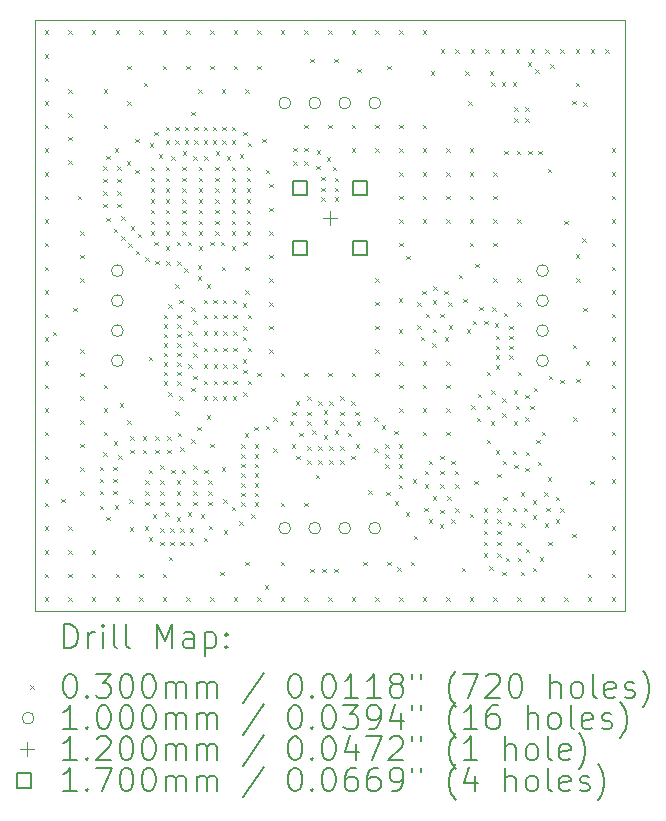
<source format=gbr>
%FSLAX45Y45*%
G04 Gerber Fmt 4.5, Leading zero omitted, Abs format (unit mm)*
G04 Created by KiCad (PCBNEW (6.0.2)) date 2023-11-23 16:59:48*
%MOMM*%
%LPD*%
G01*
G04 APERTURE LIST*
%TA.AperFunction,Profile*%
%ADD10C,0.100000*%
%TD*%
%ADD11C,0.200000*%
%ADD12C,0.030000*%
%ADD13C,0.100000*%
%ADD14C,0.120000*%
%ADD15C,0.170000*%
G04 APERTURE END LIST*
D10*
X18000000Y-10200000D02*
X13000000Y-10200000D01*
X18000000Y-5200000D02*
X18000000Y-10200000D01*
X13000000Y-10200000D02*
X13000000Y-5200000D01*
X13000000Y-5200000D02*
X18000000Y-5200000D01*
D11*
D12*
X13085000Y-5285000D02*
X13115000Y-5315000D01*
X13115000Y-5285000D02*
X13085000Y-5315000D01*
X13085000Y-5485000D02*
X13115000Y-5515000D01*
X13115000Y-5485000D02*
X13085000Y-5515000D01*
X13085000Y-5685000D02*
X13115000Y-5715000D01*
X13115000Y-5685000D02*
X13085000Y-5715000D01*
X13085000Y-5885000D02*
X13115000Y-5915000D01*
X13115000Y-5885000D02*
X13085000Y-5915000D01*
X13085000Y-6085000D02*
X13115000Y-6115000D01*
X13115000Y-6085000D02*
X13085000Y-6115000D01*
X13085000Y-6285000D02*
X13115000Y-6315000D01*
X13115000Y-6285000D02*
X13085000Y-6315000D01*
X13085000Y-6485000D02*
X13115000Y-6515000D01*
X13115000Y-6485000D02*
X13085000Y-6515000D01*
X13085000Y-6685000D02*
X13115000Y-6715000D01*
X13115000Y-6685000D02*
X13085000Y-6715000D01*
X13085000Y-6885000D02*
X13115000Y-6915000D01*
X13115000Y-6885000D02*
X13085000Y-6915000D01*
X13085000Y-7085000D02*
X13115000Y-7115000D01*
X13115000Y-7085000D02*
X13085000Y-7115000D01*
X13085000Y-7285000D02*
X13115000Y-7315000D01*
X13115000Y-7285000D02*
X13085000Y-7315000D01*
X13085000Y-7485000D02*
X13115000Y-7515000D01*
X13115000Y-7485000D02*
X13085000Y-7515000D01*
X13085000Y-7685000D02*
X13115000Y-7715000D01*
X13115000Y-7685000D02*
X13085000Y-7715000D01*
X13085000Y-7885000D02*
X13115000Y-7915000D01*
X13115000Y-7885000D02*
X13085000Y-7915000D01*
X13085000Y-8085000D02*
X13115000Y-8115000D01*
X13115000Y-8085000D02*
X13085000Y-8115000D01*
X13085000Y-8285000D02*
X13115000Y-8315000D01*
X13115000Y-8285000D02*
X13085000Y-8315000D01*
X13085000Y-8485000D02*
X13115000Y-8515000D01*
X13115000Y-8485000D02*
X13085000Y-8515000D01*
X13085000Y-8685000D02*
X13115000Y-8715000D01*
X13115000Y-8685000D02*
X13085000Y-8715000D01*
X13085000Y-8885000D02*
X13115000Y-8915000D01*
X13115000Y-8885000D02*
X13085000Y-8915000D01*
X13085000Y-9085000D02*
X13115000Y-9115000D01*
X13115000Y-9085000D02*
X13085000Y-9115000D01*
X13085000Y-9285000D02*
X13115000Y-9315000D01*
X13115000Y-9285000D02*
X13085000Y-9315000D01*
X13085000Y-9485000D02*
X13115000Y-9515000D01*
X13115000Y-9485000D02*
X13085000Y-9515000D01*
X13085000Y-9685000D02*
X13115000Y-9715000D01*
X13115000Y-9685000D02*
X13085000Y-9715000D01*
X13085000Y-9885000D02*
X13115000Y-9915000D01*
X13115000Y-9885000D02*
X13085000Y-9915000D01*
X13085000Y-10085000D02*
X13115000Y-10115000D01*
X13115000Y-10085000D02*
X13085000Y-10115000D01*
X13155000Y-7835000D02*
X13185000Y-7865000D01*
X13185000Y-7835000D02*
X13155000Y-7865000D01*
X13225000Y-9250000D02*
X13255000Y-9280000D01*
X13255000Y-9250000D02*
X13225000Y-9280000D01*
X13285000Y-5285000D02*
X13315000Y-5315000D01*
X13315000Y-5285000D02*
X13285000Y-5315000D01*
X13285000Y-5785000D02*
X13315000Y-5815000D01*
X13315000Y-5785000D02*
X13285000Y-5815000D01*
X13285000Y-5985000D02*
X13315000Y-6015000D01*
X13315000Y-5985000D02*
X13285000Y-6015000D01*
X13285000Y-6185000D02*
X13315000Y-6215000D01*
X13315000Y-6185000D02*
X13285000Y-6215000D01*
X13285000Y-6385000D02*
X13315000Y-6415000D01*
X13315000Y-6385000D02*
X13285000Y-6415000D01*
X13285000Y-9485000D02*
X13315000Y-9515000D01*
X13315000Y-9485000D02*
X13285000Y-9515000D01*
X13285000Y-9685000D02*
X13315000Y-9715000D01*
X13315000Y-9685000D02*
X13285000Y-9715000D01*
X13285000Y-9885000D02*
X13315000Y-9915000D01*
X13315000Y-9885000D02*
X13285000Y-9915000D01*
X13285000Y-10085000D02*
X13315000Y-10115000D01*
X13315000Y-10085000D02*
X13285000Y-10115000D01*
X13325000Y-7635000D02*
X13355000Y-7665000D01*
X13355000Y-7635000D02*
X13325000Y-7665000D01*
X13365050Y-6685000D02*
X13395050Y-6715000D01*
X13395050Y-6685000D02*
X13365050Y-6715000D01*
X13385000Y-6985000D02*
X13415000Y-7015000D01*
X13415000Y-6985000D02*
X13385000Y-7015000D01*
X13385000Y-7185000D02*
X13415000Y-7215000D01*
X13415000Y-7185000D02*
X13385000Y-7215000D01*
X13385000Y-7385000D02*
X13415000Y-7415000D01*
X13415000Y-7385000D02*
X13385000Y-7415000D01*
X13385000Y-7985000D02*
X13415000Y-8015000D01*
X13415000Y-7985000D02*
X13385000Y-8015000D01*
X13385000Y-8185000D02*
X13415000Y-8215000D01*
X13415000Y-8185000D02*
X13385000Y-8215000D01*
X13385000Y-8385000D02*
X13415000Y-8415000D01*
X13415000Y-8385000D02*
X13385000Y-8415000D01*
X13385000Y-8585000D02*
X13415000Y-8615000D01*
X13415000Y-8585000D02*
X13385000Y-8615000D01*
X13385000Y-8785000D02*
X13415000Y-8815000D01*
X13415000Y-8785000D02*
X13385000Y-8815000D01*
X13385000Y-8985000D02*
X13415000Y-9015000D01*
X13415000Y-8985000D02*
X13385000Y-9015000D01*
X13385000Y-9185000D02*
X13415000Y-9215000D01*
X13415000Y-9185000D02*
X13385000Y-9215000D01*
X13485000Y-5285000D02*
X13515000Y-5315000D01*
X13515000Y-5285000D02*
X13485000Y-5315000D01*
X13485000Y-9685000D02*
X13515000Y-9715000D01*
X13515000Y-9685000D02*
X13485000Y-9715000D01*
X13485000Y-9885000D02*
X13515000Y-9915000D01*
X13515000Y-9885000D02*
X13485000Y-9915000D01*
X13485000Y-10085000D02*
X13515000Y-10115000D01*
X13515000Y-10085000D02*
X13485000Y-10115000D01*
X13552500Y-8980000D02*
X13582500Y-9010000D01*
X13582500Y-8980000D02*
X13552500Y-9010000D01*
X13552500Y-9080833D02*
X13582500Y-9110833D01*
X13582500Y-9080833D02*
X13552500Y-9110833D01*
X13552500Y-9181667D02*
X13582500Y-9211667D01*
X13582500Y-9181667D02*
X13552500Y-9211667D01*
X13552500Y-9310000D02*
X13582500Y-9340000D01*
X13582500Y-9310000D02*
X13552500Y-9340000D01*
X13580000Y-8857500D02*
X13610000Y-8887500D01*
X13610000Y-8857500D02*
X13580000Y-8887500D01*
X13582500Y-6435024D02*
X13612500Y-6465024D01*
X13612500Y-6435024D02*
X13582500Y-6465024D01*
X13582500Y-6541350D02*
X13612500Y-6571350D01*
X13612500Y-6541350D02*
X13582500Y-6571350D01*
X13582500Y-6647675D02*
X13612500Y-6677675D01*
X13612500Y-6647675D02*
X13582500Y-6677675D01*
X13582500Y-6754000D02*
X13612500Y-6784000D01*
X13612500Y-6754000D02*
X13582500Y-6784000D01*
X13585000Y-5785000D02*
X13615000Y-5815000D01*
X13615000Y-5785000D02*
X13585000Y-5815000D01*
X13585000Y-6085000D02*
X13615000Y-6115000D01*
X13615000Y-6085000D02*
X13585000Y-6115000D01*
X13585000Y-8285000D02*
X13615000Y-8315000D01*
X13615000Y-8285000D02*
X13585000Y-8315000D01*
X13585000Y-8485000D02*
X13615000Y-8515000D01*
X13615000Y-8485000D02*
X13585000Y-8515000D01*
X13585000Y-8685000D02*
X13615000Y-8715000D01*
X13615000Y-8685000D02*
X13585000Y-8715000D01*
X13605000Y-6870000D02*
X13635000Y-6900000D01*
X13635000Y-6870000D02*
X13605000Y-6900000D01*
X13605000Y-9402500D02*
X13635000Y-9432500D01*
X13635000Y-9402500D02*
X13605000Y-9432500D01*
X13607500Y-6345000D02*
X13637500Y-6375000D01*
X13637500Y-6345000D02*
X13607500Y-6375000D01*
X13667500Y-8980000D02*
X13697500Y-9010000D01*
X13697500Y-8980000D02*
X13667500Y-9010000D01*
X13667500Y-9080833D02*
X13697500Y-9110833D01*
X13697500Y-9080833D02*
X13667500Y-9110833D01*
X13667500Y-9181667D02*
X13697500Y-9211667D01*
X13697500Y-9181667D02*
X13667500Y-9211667D01*
X13670000Y-8762500D02*
X13700000Y-8792500D01*
X13700000Y-8762500D02*
X13670000Y-8792500D01*
X13670052Y-6965369D02*
X13700052Y-6995369D01*
X13700052Y-6965369D02*
X13670052Y-6995369D01*
X13677500Y-6285000D02*
X13707500Y-6315000D01*
X13707500Y-6285000D02*
X13677500Y-6315000D01*
X13680000Y-9305000D02*
X13710000Y-9335000D01*
X13710000Y-9305000D02*
X13680000Y-9335000D01*
X13685000Y-5285000D02*
X13715000Y-5315000D01*
X13715000Y-5285000D02*
X13685000Y-5315000D01*
X13685000Y-9885000D02*
X13715000Y-9915000D01*
X13715000Y-9885000D02*
X13685000Y-9915000D01*
X13685000Y-10085000D02*
X13715000Y-10115000D01*
X13715000Y-10085000D02*
X13685000Y-10115000D01*
X13697500Y-6435024D02*
X13727500Y-6465024D01*
X13727500Y-6435024D02*
X13697500Y-6465024D01*
X13697500Y-6541350D02*
X13727500Y-6571350D01*
X13727500Y-6541350D02*
X13697500Y-6571350D01*
X13697500Y-6647675D02*
X13727500Y-6677675D01*
X13727500Y-6647675D02*
X13697500Y-6677675D01*
X13697500Y-6754000D02*
X13727500Y-6784000D01*
X13727500Y-6754000D02*
X13697500Y-6784000D01*
X13710000Y-8882500D02*
X13740000Y-8912500D01*
X13740000Y-8882500D02*
X13710000Y-8912500D01*
X13720000Y-8440000D02*
X13750000Y-8470000D01*
X13750000Y-8440000D02*
X13720000Y-8470000D01*
X13731578Y-7026895D02*
X13761578Y-7056895D01*
X13761578Y-7026895D02*
X13731578Y-7056895D01*
X13735000Y-6857500D02*
X13765000Y-6887500D01*
X13765000Y-6857500D02*
X13735000Y-6887500D01*
X13780000Y-6395000D02*
X13810000Y-6425000D01*
X13810000Y-6395000D02*
X13780000Y-6425000D01*
X13785000Y-5585000D02*
X13815000Y-5615000D01*
X13815000Y-5585000D02*
X13785000Y-5615000D01*
X13785000Y-5885000D02*
X13815000Y-5915000D01*
X13815000Y-5885000D02*
X13785000Y-5915000D01*
X13785000Y-8585000D02*
X13815000Y-8615000D01*
X13815000Y-8585000D02*
X13785000Y-8615000D01*
X13793104Y-7088422D02*
X13823104Y-7118422D01*
X13823104Y-7088422D02*
X13793104Y-7118422D01*
X13802500Y-9255000D02*
X13832500Y-9285000D01*
X13832500Y-9255000D02*
X13802500Y-9285000D01*
X13805000Y-9490000D02*
X13835000Y-9520000D01*
X13835000Y-9490000D02*
X13805000Y-9520000D01*
X13810000Y-8722500D02*
X13840000Y-8752500D01*
X13840000Y-8722500D02*
X13810000Y-8752500D01*
X13810000Y-8837500D02*
X13840000Y-8867500D01*
X13840000Y-8837500D02*
X13810000Y-8867500D01*
X13812895Y-6945578D02*
X13842895Y-6975578D01*
X13842895Y-6945578D02*
X13812895Y-6975578D01*
X13852500Y-6203024D02*
X13882500Y-6233024D01*
X13882500Y-6203024D02*
X13852500Y-6233024D01*
X13852500Y-6465000D02*
X13882500Y-6495000D01*
X13882500Y-6465000D02*
X13852500Y-6495000D01*
X13854631Y-7149948D02*
X13884631Y-7179948D01*
X13884631Y-7149948D02*
X13854631Y-7179948D01*
X13874422Y-7007104D02*
X13904422Y-7037104D01*
X13904422Y-7007104D02*
X13874422Y-7037104D01*
X13885000Y-5285000D02*
X13915000Y-5315000D01*
X13915000Y-5285000D02*
X13885000Y-5315000D01*
X13885000Y-9885000D02*
X13915000Y-9915000D01*
X13915000Y-9885000D02*
X13885000Y-9915000D01*
X13885000Y-10085000D02*
X13915000Y-10115000D01*
X13915000Y-10085000D02*
X13885000Y-10115000D01*
X13915000Y-8722500D02*
X13945000Y-8752500D01*
X13945000Y-8722500D02*
X13915000Y-8752500D01*
X13915000Y-8837500D02*
X13945000Y-8867500D01*
X13945000Y-8837500D02*
X13915000Y-8867500D01*
X13925000Y-5730000D02*
X13955000Y-5760000D01*
X13955000Y-5730000D02*
X13925000Y-5760000D01*
X13932500Y-9485000D02*
X13962500Y-9515000D01*
X13962500Y-9485000D02*
X13932500Y-9515000D01*
X13935000Y-7207500D02*
X13965000Y-7237500D01*
X13965000Y-7207500D02*
X13935000Y-7237500D01*
X13935000Y-9092700D02*
X13965000Y-9122700D01*
X13965000Y-9092700D02*
X13935000Y-9122700D01*
X13935000Y-9185100D02*
X13965000Y-9215100D01*
X13965000Y-9185100D02*
X13935000Y-9215100D01*
X13935000Y-9277500D02*
X13965000Y-9307500D01*
X13965000Y-9277500D02*
X13935000Y-9307500D01*
X13967500Y-8048500D02*
X13997500Y-8078500D01*
X13997500Y-8048500D02*
X13967500Y-8078500D01*
X13967500Y-9005000D02*
X13997500Y-9035000D01*
X13997500Y-9005000D02*
X13967500Y-9035000D01*
X13967500Y-9575000D02*
X13997500Y-9605000D01*
X13997500Y-9575000D02*
X13967500Y-9605000D01*
X13975000Y-6240000D02*
X14005000Y-6270000D01*
X14005000Y-6240000D02*
X13975000Y-6270000D01*
X13982524Y-6440024D02*
X14012524Y-6470024D01*
X14012524Y-6440024D02*
X13982524Y-6470024D01*
X13982524Y-6531063D02*
X14012524Y-6561063D01*
X14012524Y-6531063D02*
X13982524Y-6561063D01*
X13982524Y-6622101D02*
X14012524Y-6652101D01*
X14012524Y-6622101D02*
X13982524Y-6652101D01*
X13982524Y-6713139D02*
X14012524Y-6743139D01*
X14012524Y-6713139D02*
X13982524Y-6743139D01*
X13982524Y-6804178D02*
X14012524Y-6834178D01*
X14012524Y-6804178D02*
X13982524Y-6834178D01*
X13982524Y-6895216D02*
X14012524Y-6925216D01*
X14012524Y-6895216D02*
X13982524Y-6925216D01*
X13982524Y-6986254D02*
X14012524Y-7016254D01*
X14012524Y-6986254D02*
X13982524Y-7016254D01*
X14000000Y-9382500D02*
X14030000Y-9412500D01*
X14030000Y-9382500D02*
X14000000Y-9412500D01*
X14015000Y-6145000D02*
X14045000Y-6175000D01*
X14045000Y-6145000D02*
X14015000Y-6175000D01*
X14015000Y-7075000D02*
X14045000Y-7105000D01*
X14045000Y-7075000D02*
X14015000Y-7105000D01*
X14020000Y-8722500D02*
X14050000Y-8752500D01*
X14050000Y-8722500D02*
X14020000Y-8752500D01*
X14020000Y-8837500D02*
X14050000Y-8867500D01*
X14050000Y-8837500D02*
X14020000Y-8867500D01*
X14022500Y-7235000D02*
X14052500Y-7265000D01*
X14052500Y-7235000D02*
X14022500Y-7265000D01*
X14052500Y-6335000D02*
X14082500Y-6365000D01*
X14082500Y-6335000D02*
X14052500Y-6365000D01*
X14062500Y-8965000D02*
X14092500Y-8995000D01*
X14092500Y-8965000D02*
X14062500Y-8995000D01*
X14062500Y-9092500D02*
X14092500Y-9122500D01*
X14092500Y-9092500D02*
X14062500Y-9122500D01*
X14062500Y-9184900D02*
X14092500Y-9214900D01*
X14092500Y-9184900D02*
X14062500Y-9214900D01*
X14062500Y-9277300D02*
X14092500Y-9307300D01*
X14092500Y-9277300D02*
X14062500Y-9307300D01*
X14062500Y-9500000D02*
X14092500Y-9530000D01*
X14092500Y-9500000D02*
X14062500Y-9530000D01*
X14062500Y-9615000D02*
X14092500Y-9645000D01*
X14092500Y-9615000D02*
X14062500Y-9645000D01*
X14085000Y-5285000D02*
X14115000Y-5315000D01*
X14115000Y-5285000D02*
X14085000Y-5315000D01*
X14085000Y-5585000D02*
X14115000Y-5615000D01*
X14115000Y-5585000D02*
X14085000Y-5615000D01*
X14085000Y-9885000D02*
X14115000Y-9915000D01*
X14115000Y-9885000D02*
X14085000Y-9915000D01*
X14085000Y-10085000D02*
X14115000Y-10115000D01*
X14115000Y-10085000D02*
X14085000Y-10115000D01*
X14092500Y-7693500D02*
X14122500Y-7723500D01*
X14122500Y-7693500D02*
X14092500Y-7723500D01*
X14092500Y-7773500D02*
X14122500Y-7803500D01*
X14122500Y-7773500D02*
X14092500Y-7803500D01*
X14092500Y-7853500D02*
X14122500Y-7883500D01*
X14122500Y-7853500D02*
X14092500Y-7883500D01*
X14092500Y-7933500D02*
X14122500Y-7963500D01*
X14122500Y-7933500D02*
X14092500Y-7963500D01*
X14092500Y-8013500D02*
X14122500Y-8043500D01*
X14122500Y-8013500D02*
X14092500Y-8043500D01*
X14092500Y-8093500D02*
X14122500Y-8123500D01*
X14122500Y-8093500D02*
X14092500Y-8123500D01*
X14092500Y-8173500D02*
X14122500Y-8203500D01*
X14122500Y-8173500D02*
X14092500Y-8203500D01*
X14092500Y-8253500D02*
X14122500Y-8283500D01*
X14122500Y-8253500D02*
X14092500Y-8283500D01*
X14107500Y-9365000D02*
X14137500Y-9395000D01*
X14137500Y-9365000D02*
X14107500Y-9395000D01*
X14110000Y-6440024D02*
X14140000Y-6470024D01*
X14140000Y-6440024D02*
X14110000Y-6470024D01*
X14110000Y-6531063D02*
X14140000Y-6561063D01*
X14140000Y-6531063D02*
X14110000Y-6561063D01*
X14110000Y-6622101D02*
X14140000Y-6652101D01*
X14140000Y-6622101D02*
X14110000Y-6652101D01*
X14110000Y-6713139D02*
X14140000Y-6743139D01*
X14140000Y-6713139D02*
X14110000Y-6743139D01*
X14110000Y-6804178D02*
X14140000Y-6834178D01*
X14140000Y-6804178D02*
X14110000Y-6834178D01*
X14110000Y-6895216D02*
X14140000Y-6925216D01*
X14140000Y-6895216D02*
X14110000Y-6925216D01*
X14110000Y-6987500D02*
X14140000Y-7017500D01*
X14140000Y-6987500D02*
X14110000Y-7017500D01*
X14110000Y-7115000D02*
X14140000Y-7145000D01*
X14140000Y-7115000D02*
X14110000Y-7145000D01*
X14110024Y-6102524D02*
X14140024Y-6132524D01*
X14140024Y-6102524D02*
X14110024Y-6132524D01*
X14110024Y-6217524D02*
X14140024Y-6247524D01*
X14140024Y-6217524D02*
X14110024Y-6247524D01*
X14116462Y-7237500D02*
X14146462Y-7267500D01*
X14146462Y-7237500D02*
X14116462Y-7267500D01*
X14125000Y-8722500D02*
X14155000Y-8752500D01*
X14155000Y-8722500D02*
X14125000Y-8752500D01*
X14125000Y-8837500D02*
X14155000Y-8867500D01*
X14155000Y-8837500D02*
X14125000Y-8867500D01*
X14130000Y-7602500D02*
X14160000Y-7632500D01*
X14160000Y-7602500D02*
X14130000Y-7632500D01*
X14132500Y-8347500D02*
X14162500Y-8377500D01*
X14162500Y-8347500D02*
X14132500Y-8377500D01*
X14135000Y-9742500D02*
X14165000Y-9772500D01*
X14165000Y-9742500D02*
X14135000Y-9772500D01*
X14146667Y-9500000D02*
X14176667Y-9530000D01*
X14176667Y-9500000D02*
X14146667Y-9530000D01*
X14146667Y-9615000D02*
X14176667Y-9645000D01*
X14176667Y-9615000D02*
X14146667Y-9645000D01*
X14155000Y-6350000D02*
X14185000Y-6380000D01*
X14185000Y-6350000D02*
X14155000Y-6380000D01*
X14157500Y-9005000D02*
X14187500Y-9035000D01*
X14187500Y-9005000D02*
X14157500Y-9035000D01*
X14190024Y-6102524D02*
X14220024Y-6132524D01*
X14220024Y-6102524D02*
X14190024Y-6132524D01*
X14190024Y-6217524D02*
X14220024Y-6247524D01*
X14220024Y-6217524D02*
X14190024Y-6247524D01*
X14192500Y-7435000D02*
X14222500Y-7465000D01*
X14222500Y-7435000D02*
X14192500Y-7465000D01*
X14192500Y-8510000D02*
X14222500Y-8540000D01*
X14222500Y-8510000D02*
X14192500Y-8540000D01*
X14202500Y-9092500D02*
X14232500Y-9122500D01*
X14232500Y-9092500D02*
X14202500Y-9122500D01*
X14202500Y-9184900D02*
X14232500Y-9214900D01*
X14232500Y-9184900D02*
X14202500Y-9214900D01*
X14202500Y-9277300D02*
X14232500Y-9307300D01*
X14232500Y-9277300D02*
X14202500Y-9307300D01*
X14202500Y-9405000D02*
X14232500Y-9435000D01*
X14232500Y-9405000D02*
X14202500Y-9435000D01*
X14205000Y-7075000D02*
X14235000Y-7105000D01*
X14235000Y-7075000D02*
X14205000Y-7105000D01*
X14207500Y-7237500D02*
X14237500Y-7267500D01*
X14237500Y-7237500D02*
X14207500Y-7267500D01*
X14207500Y-7693500D02*
X14237500Y-7723500D01*
X14237500Y-7693500D02*
X14207500Y-7723500D01*
X14207500Y-7773500D02*
X14237500Y-7803500D01*
X14237500Y-7773500D02*
X14207500Y-7803500D01*
X14207500Y-7853500D02*
X14237500Y-7883500D01*
X14237500Y-7853500D02*
X14207500Y-7883500D01*
X14207500Y-7933500D02*
X14237500Y-7963500D01*
X14237500Y-7933500D02*
X14207500Y-7963500D01*
X14207500Y-8013500D02*
X14237500Y-8043500D01*
X14237500Y-8013500D02*
X14207500Y-8043500D01*
X14207500Y-8093500D02*
X14237500Y-8123500D01*
X14237500Y-8093500D02*
X14207500Y-8123500D01*
X14207500Y-8173500D02*
X14237500Y-8203500D01*
X14237500Y-8173500D02*
X14207500Y-8203500D01*
X14207500Y-8253500D02*
X14237500Y-8283500D01*
X14237500Y-8253500D02*
X14207500Y-8283500D01*
X14212500Y-8692500D02*
X14242500Y-8722500D01*
X14242500Y-8692500D02*
X14212500Y-8722500D01*
X14222500Y-7565000D02*
X14252500Y-7595000D01*
X14252500Y-7565000D02*
X14222500Y-7595000D01*
X14225000Y-8382500D02*
X14255000Y-8412500D01*
X14255000Y-8382500D02*
X14225000Y-8412500D01*
X14230833Y-9500000D02*
X14260833Y-9530000D01*
X14260833Y-9500000D02*
X14230833Y-9530000D01*
X14230833Y-9615000D02*
X14260833Y-9645000D01*
X14260833Y-9615000D02*
X14230833Y-9645000D01*
X14232500Y-8815000D02*
X14262500Y-8845000D01*
X14262500Y-8815000D02*
X14232500Y-8845000D01*
X14247500Y-9005000D02*
X14277500Y-9035000D01*
X14277500Y-9005000D02*
X14247500Y-9035000D01*
X14250000Y-6440000D02*
X14280000Y-6470000D01*
X14280000Y-6440000D02*
X14250000Y-6470000D01*
X14250000Y-6531038D02*
X14280000Y-6561038D01*
X14280000Y-6531038D02*
X14250000Y-6561038D01*
X14250000Y-6622077D02*
X14280000Y-6652077D01*
X14280000Y-6622077D02*
X14250000Y-6652077D01*
X14250000Y-6713115D02*
X14280000Y-6743115D01*
X14280000Y-6713115D02*
X14250000Y-6743115D01*
X14250000Y-6804153D02*
X14280000Y-6834153D01*
X14280000Y-6804153D02*
X14250000Y-6834153D01*
X14250000Y-6895192D02*
X14280000Y-6925192D01*
X14280000Y-6895192D02*
X14250000Y-6925192D01*
X14250000Y-6986230D02*
X14280000Y-7016230D01*
X14280000Y-6986230D02*
X14250000Y-7016230D01*
X14255000Y-6310000D02*
X14285000Y-6340000D01*
X14285000Y-6310000D02*
X14255000Y-6340000D01*
X14265000Y-7297500D02*
X14295000Y-7327500D01*
X14295000Y-7297500D02*
X14265000Y-7327500D01*
X14270024Y-6102524D02*
X14300024Y-6132524D01*
X14300024Y-6102524D02*
X14270024Y-6132524D01*
X14270024Y-6217524D02*
X14300024Y-6247524D01*
X14300024Y-6217524D02*
X14270024Y-6247524D01*
X14285000Y-5285000D02*
X14315000Y-5315000D01*
X14315000Y-5285000D02*
X14285000Y-5315000D01*
X14285000Y-5585000D02*
X14315000Y-5615000D01*
X14315000Y-5585000D02*
X14285000Y-5615000D01*
X14285000Y-10085000D02*
X14315000Y-10115000D01*
X14315000Y-10085000D02*
X14285000Y-10115000D01*
X14295000Y-7075000D02*
X14325000Y-7105000D01*
X14325000Y-7075000D02*
X14295000Y-7105000D01*
X14297500Y-9365000D02*
X14327500Y-9395000D01*
X14327500Y-9365000D02*
X14297500Y-9395000D01*
X14302500Y-7832500D02*
X14332500Y-7862500D01*
X14332500Y-7832500D02*
X14302500Y-7862500D01*
X14302500Y-8112500D02*
X14332500Y-8142500D01*
X14332500Y-8112500D02*
X14302500Y-8142500D01*
X14315000Y-9500000D02*
X14345000Y-9530000D01*
X14345000Y-9500000D02*
X14315000Y-9530000D01*
X14315000Y-9615000D02*
X14345000Y-9645000D01*
X14345000Y-9615000D02*
X14315000Y-9645000D01*
X14325000Y-7627500D02*
X14355000Y-7657500D01*
X14355000Y-7627500D02*
X14325000Y-7657500D01*
X14325000Y-8310000D02*
X14355000Y-8340000D01*
X14355000Y-8310000D02*
X14325000Y-8340000D01*
X14325000Y-8745000D02*
X14355000Y-8775000D01*
X14355000Y-8745000D02*
X14325000Y-8775000D01*
X14327500Y-5972474D02*
X14357500Y-6002474D01*
X14357500Y-5972474D02*
X14327500Y-6002474D01*
X14342500Y-7737500D02*
X14372500Y-7767500D01*
X14372500Y-7737500D02*
X14342500Y-7767500D01*
X14342500Y-7927500D02*
X14372500Y-7957500D01*
X14372500Y-7927500D02*
X14342500Y-7957500D01*
X14342500Y-8017500D02*
X14372500Y-8047500D01*
X14372500Y-8017500D02*
X14342500Y-8047500D01*
X14342500Y-8207500D02*
X14372500Y-8237500D01*
X14372500Y-8207500D02*
X14342500Y-8237500D01*
X14342500Y-8965000D02*
X14372500Y-8995000D01*
X14372500Y-8965000D02*
X14342500Y-8995000D01*
X14342500Y-9092500D02*
X14372500Y-9122500D01*
X14372500Y-9092500D02*
X14342500Y-9122500D01*
X14342500Y-9184900D02*
X14372500Y-9214900D01*
X14372500Y-9184900D02*
X14342500Y-9214900D01*
X14342500Y-9277300D02*
X14372500Y-9307300D01*
X14372500Y-9277300D02*
X14342500Y-9307300D01*
X14345000Y-6350000D02*
X14375000Y-6380000D01*
X14375000Y-6350000D02*
X14345000Y-6380000D01*
X14350024Y-6102524D02*
X14380024Y-6132524D01*
X14380024Y-6102524D02*
X14350024Y-6132524D01*
X14350024Y-6217524D02*
X14380024Y-6247524D01*
X14380024Y-6217524D02*
X14350024Y-6247524D01*
X14377500Y-8642500D02*
X14407500Y-8672500D01*
X14407500Y-8642500D02*
X14377500Y-8672500D01*
X14382500Y-7273962D02*
X14412500Y-7303962D01*
X14412500Y-7273962D02*
X14382500Y-7303962D01*
X14382500Y-7365000D02*
X14412500Y-7395000D01*
X14412500Y-7365000D02*
X14382500Y-7395000D01*
X14385000Y-5785000D02*
X14415000Y-5815000D01*
X14415000Y-5785000D02*
X14385000Y-5815000D01*
X14390000Y-6440024D02*
X14420000Y-6470024D01*
X14420000Y-6440024D02*
X14390000Y-6470024D01*
X14390000Y-6531063D02*
X14420000Y-6561063D01*
X14420000Y-6531063D02*
X14390000Y-6561063D01*
X14390000Y-6622101D02*
X14420000Y-6652101D01*
X14420000Y-6622101D02*
X14390000Y-6652101D01*
X14390000Y-6713139D02*
X14420000Y-6743139D01*
X14420000Y-6713139D02*
X14390000Y-6743139D01*
X14390000Y-6804178D02*
X14420000Y-6834178D01*
X14420000Y-6804178D02*
X14390000Y-6834178D01*
X14390000Y-6895216D02*
X14420000Y-6925216D01*
X14420000Y-6895216D02*
X14390000Y-6925216D01*
X14390000Y-6986254D02*
X14420000Y-7016254D01*
X14420000Y-6986254D02*
X14390000Y-7016254D01*
X14390000Y-7115000D02*
X14420000Y-7145000D01*
X14420000Y-7115000D02*
X14390000Y-7145000D01*
X14407500Y-9382500D02*
X14437500Y-9412500D01*
X14437500Y-9382500D02*
X14407500Y-9412500D01*
X14430000Y-7566000D02*
X14460000Y-7596000D01*
X14460000Y-7566000D02*
X14430000Y-7596000D01*
X14430000Y-8381000D02*
X14460000Y-8411000D01*
X14460000Y-8381000D02*
X14430000Y-8411000D01*
X14430024Y-6102524D02*
X14460024Y-6132524D01*
X14460024Y-6102524D02*
X14430024Y-6132524D01*
X14430024Y-6217524D02*
X14460024Y-6247524D01*
X14460024Y-6217524D02*
X14430024Y-6247524D01*
X14432500Y-9580000D02*
X14462500Y-9610000D01*
X14462500Y-9580000D02*
X14432500Y-9610000D01*
X14432813Y-7692500D02*
X14462813Y-7722500D01*
X14462813Y-7692500D02*
X14432813Y-7722500D01*
X14432813Y-7832500D02*
X14462813Y-7862500D01*
X14462813Y-7832500D02*
X14432813Y-7862500D01*
X14432813Y-7972500D02*
X14462813Y-8002500D01*
X14462813Y-7972500D02*
X14432813Y-8002500D01*
X14432813Y-8112500D02*
X14462813Y-8142500D01*
X14462813Y-8112500D02*
X14432813Y-8142500D01*
X14432813Y-8252500D02*
X14462813Y-8282500D01*
X14462813Y-8252500D02*
X14432813Y-8282500D01*
X14435000Y-6350000D02*
X14465000Y-6380000D01*
X14465000Y-6350000D02*
X14435000Y-6380000D01*
X14437500Y-9005000D02*
X14467500Y-9035000D01*
X14467500Y-9005000D02*
X14437500Y-9035000D01*
X14457000Y-8543500D02*
X14487000Y-8573500D01*
X14487000Y-8543500D02*
X14457000Y-8573500D01*
X14457500Y-7435000D02*
X14487500Y-7465000D01*
X14487500Y-7435000D02*
X14457500Y-7465000D01*
X14470000Y-9092700D02*
X14500000Y-9122700D01*
X14500000Y-9092700D02*
X14470000Y-9122700D01*
X14470000Y-9185100D02*
X14500000Y-9215100D01*
X14500000Y-9185100D02*
X14470000Y-9215100D01*
X14470000Y-9277500D02*
X14500000Y-9307500D01*
X14500000Y-9277500D02*
X14470000Y-9307500D01*
X14475000Y-9480000D02*
X14505000Y-9510000D01*
X14505000Y-9480000D02*
X14475000Y-9510000D01*
X14485000Y-5285000D02*
X14515000Y-5315000D01*
X14515000Y-5285000D02*
X14485000Y-5315000D01*
X14485000Y-5585000D02*
X14515000Y-5615000D01*
X14515000Y-5585000D02*
X14485000Y-5615000D01*
X14485000Y-7075000D02*
X14515000Y-7105000D01*
X14515000Y-7075000D02*
X14485000Y-7105000D01*
X14485000Y-8785000D02*
X14515000Y-8815000D01*
X14515000Y-8785000D02*
X14485000Y-8815000D01*
X14485000Y-10085000D02*
X14515000Y-10115000D01*
X14515000Y-10085000D02*
X14485000Y-10115000D01*
X14510024Y-6102524D02*
X14540024Y-6132524D01*
X14540024Y-6102524D02*
X14510024Y-6132524D01*
X14510024Y-6217524D02*
X14540024Y-6247524D01*
X14540024Y-6217524D02*
X14510024Y-6247524D01*
X14512187Y-7566000D02*
X14542187Y-7596000D01*
X14542187Y-7566000D02*
X14512187Y-7596000D01*
X14512187Y-8381000D02*
X14542187Y-8411000D01*
X14542187Y-8381000D02*
X14512187Y-8411000D01*
X14515000Y-7692500D02*
X14545000Y-7722500D01*
X14545000Y-7692500D02*
X14515000Y-7722500D01*
X14515000Y-7832500D02*
X14545000Y-7862500D01*
X14545000Y-7832500D02*
X14515000Y-7862500D01*
X14515000Y-7972500D02*
X14545000Y-8002500D01*
X14545000Y-7972500D02*
X14515000Y-8002500D01*
X14515000Y-8112500D02*
X14545000Y-8142500D01*
X14545000Y-8112500D02*
X14515000Y-8142500D01*
X14515000Y-8252500D02*
X14545000Y-8282500D01*
X14545000Y-8252500D02*
X14515000Y-8282500D01*
X14530000Y-6440000D02*
X14560000Y-6470000D01*
X14560000Y-6440000D02*
X14530000Y-6470000D01*
X14530000Y-6531038D02*
X14560000Y-6561038D01*
X14560000Y-6531038D02*
X14530000Y-6561038D01*
X14530000Y-6622077D02*
X14560000Y-6652077D01*
X14560000Y-6622077D02*
X14530000Y-6652077D01*
X14530000Y-6713115D02*
X14560000Y-6743115D01*
X14560000Y-6713115D02*
X14530000Y-6743115D01*
X14530000Y-6804153D02*
X14560000Y-6834153D01*
X14560000Y-6804153D02*
X14530000Y-6834153D01*
X14530000Y-6895192D02*
X14560000Y-6925192D01*
X14560000Y-6895192D02*
X14530000Y-6925192D01*
X14530000Y-6986230D02*
X14560000Y-7016230D01*
X14560000Y-6986230D02*
X14530000Y-7016230D01*
X14535000Y-6310000D02*
X14565000Y-6340000D01*
X14565000Y-6310000D02*
X14535000Y-6340000D01*
X14570000Y-9870000D02*
X14600000Y-9900000D01*
X14600000Y-9870000D02*
X14570000Y-9900000D01*
X14575000Y-7075000D02*
X14605000Y-7105000D01*
X14605000Y-7075000D02*
X14575000Y-7105000D01*
X14585000Y-5785000D02*
X14615000Y-5815000D01*
X14615000Y-5785000D02*
X14585000Y-5815000D01*
X14585000Y-7285000D02*
X14615000Y-7315000D01*
X14615000Y-7285000D02*
X14585000Y-7315000D01*
X14585000Y-8985000D02*
X14615000Y-9015000D01*
X14615000Y-8985000D02*
X14585000Y-9015000D01*
X14590024Y-6102524D02*
X14620024Y-6132524D01*
X14620024Y-6102524D02*
X14590024Y-6132524D01*
X14590024Y-6217524D02*
X14620024Y-6247524D01*
X14620024Y-6217524D02*
X14590024Y-6247524D01*
X14594373Y-7566000D02*
X14624373Y-7596000D01*
X14624373Y-7566000D02*
X14594373Y-7596000D01*
X14594373Y-8381000D02*
X14624373Y-8411000D01*
X14624373Y-8381000D02*
X14594373Y-8411000D01*
X14597187Y-7692500D02*
X14627187Y-7722500D01*
X14627187Y-7692500D02*
X14597187Y-7722500D01*
X14597187Y-7832500D02*
X14627187Y-7862500D01*
X14627187Y-7832500D02*
X14597187Y-7862500D01*
X14597187Y-7972500D02*
X14627187Y-8002500D01*
X14627187Y-7972500D02*
X14597187Y-8002500D01*
X14597187Y-8112500D02*
X14627187Y-8142500D01*
X14627187Y-8112500D02*
X14597187Y-8142500D01*
X14597187Y-8252500D02*
X14627187Y-8282500D01*
X14627187Y-8252500D02*
X14597187Y-8282500D01*
X14597500Y-9255000D02*
X14627500Y-9285000D01*
X14627500Y-9255000D02*
X14597500Y-9285000D01*
X14602500Y-9517500D02*
X14632500Y-9547500D01*
X14632500Y-9517500D02*
X14602500Y-9547500D01*
X14625000Y-6350000D02*
X14655000Y-6380000D01*
X14655000Y-6350000D02*
X14625000Y-6380000D01*
X14670000Y-6440024D02*
X14700000Y-6470024D01*
X14700000Y-6440024D02*
X14670000Y-6470024D01*
X14670000Y-6531063D02*
X14700000Y-6561063D01*
X14700000Y-6531063D02*
X14670000Y-6561063D01*
X14670000Y-6622101D02*
X14700000Y-6652101D01*
X14700000Y-6622101D02*
X14670000Y-6652101D01*
X14670000Y-6713139D02*
X14700000Y-6743139D01*
X14700000Y-6713139D02*
X14670000Y-6743139D01*
X14670000Y-6804178D02*
X14700000Y-6834178D01*
X14700000Y-6804178D02*
X14670000Y-6834178D01*
X14670000Y-6895216D02*
X14700000Y-6925216D01*
X14700000Y-6895216D02*
X14670000Y-6925216D01*
X14670000Y-6986254D02*
X14700000Y-7016254D01*
X14700000Y-6986254D02*
X14670000Y-7016254D01*
X14670000Y-7115000D02*
X14700000Y-7145000D01*
X14700000Y-7115000D02*
X14670000Y-7145000D01*
X14670000Y-9320000D02*
X14700000Y-9350000D01*
X14700000Y-9320000D02*
X14670000Y-9350000D01*
X14670024Y-6102524D02*
X14700024Y-6132524D01*
X14700024Y-6102524D02*
X14670024Y-6132524D01*
X14670024Y-6217524D02*
X14700024Y-6247524D01*
X14700024Y-6217524D02*
X14670024Y-6247524D01*
X14676560Y-7566000D02*
X14706560Y-7596000D01*
X14706560Y-7566000D02*
X14676560Y-7596000D01*
X14676560Y-8381000D02*
X14706560Y-8411000D01*
X14706560Y-8381000D02*
X14676560Y-8411000D01*
X14679373Y-7692500D02*
X14709373Y-7722500D01*
X14709373Y-7692500D02*
X14679373Y-7722500D01*
X14679373Y-7832500D02*
X14709373Y-7862500D01*
X14709373Y-7832500D02*
X14679373Y-7862500D01*
X14679373Y-7972500D02*
X14709373Y-8002500D01*
X14709373Y-7972500D02*
X14679373Y-8002500D01*
X14679373Y-8112500D02*
X14709373Y-8142500D01*
X14709373Y-8112500D02*
X14679373Y-8142500D01*
X14679373Y-8252500D02*
X14709373Y-8282500D01*
X14709373Y-8252500D02*
X14679373Y-8282500D01*
X14685000Y-5285000D02*
X14715000Y-5315000D01*
X14715000Y-5285000D02*
X14685000Y-5315000D01*
X14685000Y-5585000D02*
X14715000Y-5615000D01*
X14715000Y-5585000D02*
X14685000Y-5615000D01*
X14685000Y-10085000D02*
X14715000Y-10115000D01*
X14715000Y-10085000D02*
X14685000Y-10115000D01*
X14732500Y-9440000D02*
X14762500Y-9470000D01*
X14762500Y-9440000D02*
X14732500Y-9470000D01*
X14735000Y-6335000D02*
X14765000Y-6365000D01*
X14765000Y-6335000D02*
X14735000Y-6365000D01*
X14747500Y-8790500D02*
X14777500Y-8820500D01*
X14777500Y-8790500D02*
X14747500Y-8820500D01*
X14747500Y-8872500D02*
X14777500Y-8902500D01*
X14777500Y-8872500D02*
X14747500Y-8902500D01*
X14747500Y-8954500D02*
X14777500Y-8984500D01*
X14777500Y-8954500D02*
X14747500Y-8984500D01*
X14747500Y-9036500D02*
X14777500Y-9066500D01*
X14777500Y-9036500D02*
X14747500Y-9066500D01*
X14747500Y-9118500D02*
X14777500Y-9148500D01*
X14777500Y-9118500D02*
X14747500Y-9148500D01*
X14747500Y-9200500D02*
X14777500Y-9230500D01*
X14777500Y-9200500D02*
X14747500Y-9230500D01*
X14747500Y-9282500D02*
X14777500Y-9312500D01*
X14777500Y-9282500D02*
X14747500Y-9312500D01*
X14762500Y-7597500D02*
X14792500Y-7627500D01*
X14792500Y-7597500D02*
X14762500Y-7627500D01*
X14762500Y-7878000D02*
X14792500Y-7908000D01*
X14792500Y-7878000D02*
X14762500Y-7908000D01*
X14762500Y-8070000D02*
X14792500Y-8100000D01*
X14792500Y-8070000D02*
X14762500Y-8100000D01*
X14765000Y-6145000D02*
X14795000Y-6175000D01*
X14795000Y-6145000D02*
X14765000Y-6175000D01*
X14765000Y-7075000D02*
X14795000Y-7105000D01*
X14795000Y-7075000D02*
X14765000Y-7105000D01*
X14765000Y-7790000D02*
X14795000Y-7820000D01*
X14795000Y-7790000D02*
X14765000Y-7820000D01*
X14765000Y-8157500D02*
X14795000Y-8187500D01*
X14795000Y-8157500D02*
X14765000Y-8187500D01*
X14765000Y-8347500D02*
X14795000Y-8377500D01*
X14795000Y-8347500D02*
X14765000Y-8377500D01*
X14777500Y-8697500D02*
X14807500Y-8727500D01*
X14807500Y-8697500D02*
X14777500Y-8727500D01*
X14785000Y-5785000D02*
X14815000Y-5815000D01*
X14815000Y-5785000D02*
X14785000Y-5815000D01*
X14785000Y-7285000D02*
X14815000Y-7315000D01*
X14815000Y-7285000D02*
X14785000Y-7315000D01*
X14785000Y-7485000D02*
X14815000Y-7515000D01*
X14815000Y-7485000D02*
X14785000Y-7515000D01*
X14785000Y-9785000D02*
X14815000Y-9815000D01*
X14815000Y-9785000D02*
X14785000Y-9815000D01*
X14797524Y-6440024D02*
X14827524Y-6470024D01*
X14827524Y-6440024D02*
X14797524Y-6470024D01*
X14797524Y-6531063D02*
X14827524Y-6561063D01*
X14827524Y-6531063D02*
X14797524Y-6561063D01*
X14797524Y-6622101D02*
X14827524Y-6652101D01*
X14827524Y-6622101D02*
X14797524Y-6652101D01*
X14797524Y-6713139D02*
X14827524Y-6743139D01*
X14827524Y-6713139D02*
X14797524Y-6743139D01*
X14797524Y-6804178D02*
X14827524Y-6834178D01*
X14827524Y-6804178D02*
X14797524Y-6834178D01*
X14797524Y-6895216D02*
X14827524Y-6925216D01*
X14827524Y-6895216D02*
X14797524Y-6925216D01*
X14797524Y-6986254D02*
X14827524Y-7016254D01*
X14827524Y-6986254D02*
X14797524Y-7016254D01*
X14802500Y-6237500D02*
X14832500Y-6267500D01*
X14832500Y-6237500D02*
X14802500Y-6267500D01*
X14805000Y-7692500D02*
X14835000Y-7722500D01*
X14835000Y-7692500D02*
X14805000Y-7722500D01*
X14805000Y-8252500D02*
X14835000Y-8282500D01*
X14835000Y-8252500D02*
X14805000Y-8282500D01*
X14806000Y-7974000D02*
X14836000Y-8004000D01*
X14836000Y-7974000D02*
X14806000Y-8004000D01*
X14832500Y-9380000D02*
X14862500Y-9410000D01*
X14862500Y-9380000D02*
X14832500Y-9410000D01*
X14857500Y-8640000D02*
X14887500Y-8670000D01*
X14887500Y-8640000D02*
X14857500Y-8670000D01*
X14862500Y-8790500D02*
X14892500Y-8820500D01*
X14892500Y-8790500D02*
X14862500Y-8820500D01*
X14862500Y-8872500D02*
X14892500Y-8902500D01*
X14892500Y-8872500D02*
X14862500Y-8902500D01*
X14862500Y-8954500D02*
X14892500Y-8984500D01*
X14892500Y-8954500D02*
X14862500Y-8984500D01*
X14862500Y-9036500D02*
X14892500Y-9066500D01*
X14892500Y-9036500D02*
X14862500Y-9066500D01*
X14862500Y-9118500D02*
X14892500Y-9148500D01*
X14892500Y-9118500D02*
X14862500Y-9148500D01*
X14862500Y-9200500D02*
X14892500Y-9230500D01*
X14892500Y-9200500D02*
X14862500Y-9230500D01*
X14862500Y-9282500D02*
X14892500Y-9312500D01*
X14892500Y-9282500D02*
X14862500Y-9312500D01*
X14885000Y-5285000D02*
X14915000Y-5315000D01*
X14915000Y-5285000D02*
X14885000Y-5315000D01*
X14885000Y-5585000D02*
X14915000Y-5615000D01*
X14915000Y-5585000D02*
X14885000Y-5615000D01*
X14885000Y-8185000D02*
X14915000Y-8215000D01*
X14915000Y-8185000D02*
X14885000Y-8215000D01*
X14885000Y-10085000D02*
X14915000Y-10115000D01*
X14915000Y-10085000D02*
X14885000Y-10115000D01*
X14925000Y-6202500D02*
X14955000Y-6232500D01*
X14955000Y-6202500D02*
X14925000Y-6232500D01*
X14947500Y-9982500D02*
X14977500Y-10012500D01*
X14977500Y-9982500D02*
X14947500Y-10012500D01*
X14957500Y-8632500D02*
X14987500Y-8662500D01*
X14987500Y-8632500D02*
X14957500Y-8662500D01*
X14958524Y-6467024D02*
X14988524Y-6497024D01*
X14988524Y-6467024D02*
X14958524Y-6497024D01*
X14985000Y-6585000D02*
X15015000Y-6615000D01*
X15015000Y-6585000D02*
X14985000Y-6615000D01*
X14985000Y-6785000D02*
X15015000Y-6815000D01*
X15015000Y-6785000D02*
X14985000Y-6815000D01*
X14985000Y-6985000D02*
X15015000Y-7015000D01*
X15015000Y-6985000D02*
X14985000Y-7015000D01*
X14985000Y-7185000D02*
X15015000Y-7215000D01*
X15015000Y-7185000D02*
X14985000Y-7215000D01*
X14985000Y-7385000D02*
X15015000Y-7415000D01*
X15015000Y-7385000D02*
X14985000Y-7415000D01*
X14985000Y-7585000D02*
X15015000Y-7615000D01*
X15015000Y-7585000D02*
X14985000Y-7615000D01*
X14985000Y-7785000D02*
X15015000Y-7815000D01*
X15015000Y-7785000D02*
X14985000Y-7815000D01*
X14985000Y-7985000D02*
X15015000Y-8015000D01*
X15015000Y-7985000D02*
X14985000Y-8015000D01*
X15019000Y-8558500D02*
X15049000Y-8588500D01*
X15049000Y-8558500D02*
X15019000Y-8588500D01*
X15019000Y-8822500D02*
X15049000Y-8852500D01*
X15049000Y-8822500D02*
X15019000Y-8852500D01*
X15085000Y-5285000D02*
X15115000Y-5315000D01*
X15115000Y-5285000D02*
X15085000Y-5315000D01*
X15085000Y-8185000D02*
X15115000Y-8215000D01*
X15115000Y-8185000D02*
X15085000Y-8215000D01*
X15085000Y-9285000D02*
X15115000Y-9315000D01*
X15115000Y-9285000D02*
X15085000Y-9315000D01*
X15085000Y-9785000D02*
X15115000Y-9815000D01*
X15115000Y-9785000D02*
X15085000Y-9815000D01*
X15085000Y-10085000D02*
X15115000Y-10115000D01*
X15115000Y-10085000D02*
X15085000Y-10115000D01*
X15160000Y-8595000D02*
X15190000Y-8625000D01*
X15190000Y-8595000D02*
X15160000Y-8625000D01*
X15177500Y-8790000D02*
X15207500Y-8820000D01*
X15207500Y-8790000D02*
X15177500Y-8820000D01*
X15180000Y-8513000D02*
X15210000Y-8543000D01*
X15210000Y-8513000D02*
X15180000Y-8543000D01*
X15187500Y-6277500D02*
X15217500Y-6307500D01*
X15217500Y-6277500D02*
X15187500Y-6307500D01*
X15187500Y-6392500D02*
X15217500Y-6422500D01*
X15217500Y-6392500D02*
X15187500Y-6422500D01*
X15212500Y-8425000D02*
X15242500Y-8455000D01*
X15242500Y-8425000D02*
X15212500Y-8455000D01*
X15215000Y-8885000D02*
X15245000Y-8915000D01*
X15245000Y-8885000D02*
X15215000Y-8915000D01*
X15242500Y-8690000D02*
X15272500Y-8720000D01*
X15272500Y-8690000D02*
X15242500Y-8720000D01*
X15282179Y-6392455D02*
X15312179Y-6422455D01*
X15312179Y-6392455D02*
X15282179Y-6422455D01*
X15285000Y-5285000D02*
X15315000Y-5315000D01*
X15315000Y-5285000D02*
X15285000Y-5315000D01*
X15285000Y-6085000D02*
X15315000Y-6115000D01*
X15315000Y-6085000D02*
X15285000Y-6115000D01*
X15285000Y-6277500D02*
X15315000Y-6307500D01*
X15315000Y-6277500D02*
X15285000Y-6307500D01*
X15285000Y-8185000D02*
X15315000Y-8215000D01*
X15315000Y-8185000D02*
X15285000Y-8215000D01*
X15285000Y-9285000D02*
X15315000Y-9315000D01*
X15315000Y-9285000D02*
X15285000Y-9315000D01*
X15285000Y-10085000D02*
X15315000Y-10115000D01*
X15315000Y-10085000D02*
X15285000Y-10115000D01*
X15307500Y-8385000D02*
X15337500Y-8415000D01*
X15337500Y-8385000D02*
X15307500Y-8415000D01*
X15307500Y-8513000D02*
X15337500Y-8543000D01*
X15337500Y-8513000D02*
X15307500Y-8543000D01*
X15307500Y-8595000D02*
X15337500Y-8625000D01*
X15337500Y-8595000D02*
X15307500Y-8625000D01*
X15307500Y-8808000D02*
X15337500Y-8838000D01*
X15337500Y-8808000D02*
X15307500Y-8838000D01*
X15307500Y-8923000D02*
X15337500Y-8953000D01*
X15337500Y-8923000D02*
X15307500Y-8953000D01*
X15335000Y-5525000D02*
X15365000Y-5555000D01*
X15365000Y-5525000D02*
X15335000Y-5555000D01*
X15335000Y-9845000D02*
X15365000Y-9875000D01*
X15365000Y-9845000D02*
X15335000Y-9875000D01*
X15352500Y-8672500D02*
X15382500Y-8702500D01*
X15382500Y-8672500D02*
X15352500Y-8702500D01*
X15380000Y-9048000D02*
X15410000Y-9078000D01*
X15410000Y-9048000D02*
X15380000Y-9078000D01*
X15382500Y-6432500D02*
X15412500Y-6462500D01*
X15412500Y-6432500D02*
X15382500Y-6462500D01*
X15390000Y-6300000D02*
X15420000Y-6330000D01*
X15420000Y-6300000D02*
X15390000Y-6330000D01*
X15400833Y-8808000D02*
X15430833Y-8838000D01*
X15430833Y-8808000D02*
X15400833Y-8838000D01*
X15400833Y-8923000D02*
X15430833Y-8953000D01*
X15430833Y-8923000D02*
X15400833Y-8953000D01*
X15402500Y-8425000D02*
X15432500Y-8455000D01*
X15432500Y-8425000D02*
X15402500Y-8455000D01*
X15425000Y-6525000D02*
X15455000Y-6555000D01*
X15455000Y-6525000D02*
X15425000Y-6555000D01*
X15427500Y-6616268D02*
X15457500Y-6646268D01*
X15457500Y-6616268D02*
X15427500Y-6646268D01*
X15427500Y-6697512D02*
X15457500Y-6727512D01*
X15457500Y-6697512D02*
X15427500Y-6727512D01*
X15435000Y-9845000D02*
X15465000Y-9875000D01*
X15465000Y-9845000D02*
X15435000Y-9875000D01*
X15447500Y-8500000D02*
X15477500Y-8530000D01*
X15477500Y-8500000D02*
X15447500Y-8530000D01*
X15447500Y-8585500D02*
X15477500Y-8615500D01*
X15477500Y-8585500D02*
X15447500Y-8615500D01*
X15447500Y-8715000D02*
X15477500Y-8745000D01*
X15477500Y-8715000D02*
X15447500Y-8745000D01*
X15474662Y-6361207D02*
X15504662Y-6391207D01*
X15504662Y-6361207D02*
X15474662Y-6391207D01*
X15485000Y-5285000D02*
X15515000Y-5315000D01*
X15515000Y-5285000D02*
X15485000Y-5315000D01*
X15485000Y-6085000D02*
X15515000Y-6115000D01*
X15515000Y-6085000D02*
X15485000Y-6115000D01*
X15485000Y-8185000D02*
X15515000Y-8215000D01*
X15515000Y-8185000D02*
X15485000Y-8215000D01*
X15485000Y-10085000D02*
X15515000Y-10115000D01*
X15515000Y-10085000D02*
X15485000Y-10115000D01*
X15492500Y-8425000D02*
X15522500Y-8455000D01*
X15522500Y-8425000D02*
X15492500Y-8455000D01*
X15494167Y-8808000D02*
X15524167Y-8838000D01*
X15524167Y-8808000D02*
X15494167Y-8838000D01*
X15494167Y-8923000D02*
X15524167Y-8953000D01*
X15524167Y-8923000D02*
X15494167Y-8953000D01*
X15524377Y-6440410D02*
X15554377Y-6470410D01*
X15554377Y-6440410D02*
X15524377Y-6470410D01*
X15535000Y-5525000D02*
X15565000Y-5555000D01*
X15565000Y-5525000D02*
X15535000Y-5555000D01*
X15535000Y-9845000D02*
X15565000Y-9875000D01*
X15565000Y-9845000D02*
X15535000Y-9875000D01*
X15542431Y-6532203D02*
X15572431Y-6562203D01*
X15572431Y-6532203D02*
X15542431Y-6562203D01*
X15542500Y-6616268D02*
X15572500Y-6646268D01*
X15572500Y-6616268D02*
X15542500Y-6646268D01*
X15542500Y-6697512D02*
X15572500Y-6727512D01*
X15572500Y-6697512D02*
X15542500Y-6727512D01*
X15542500Y-8672500D02*
X15572500Y-8702500D01*
X15572500Y-8672500D02*
X15542500Y-8702500D01*
X15587500Y-8385000D02*
X15617500Y-8415000D01*
X15617500Y-8385000D02*
X15587500Y-8415000D01*
X15587500Y-8513000D02*
X15617500Y-8543000D01*
X15617500Y-8513000D02*
X15587500Y-8543000D01*
X15587500Y-8595000D02*
X15617500Y-8625000D01*
X15617500Y-8595000D02*
X15587500Y-8625000D01*
X15587500Y-8808000D02*
X15617500Y-8838000D01*
X15617500Y-8808000D02*
X15587500Y-8838000D01*
X15587500Y-8923000D02*
X15617500Y-8953000D01*
X15617500Y-8923000D02*
X15587500Y-8953000D01*
X15652500Y-8690000D02*
X15682500Y-8720000D01*
X15682500Y-8690000D02*
X15652500Y-8720000D01*
X15680000Y-8885000D02*
X15710000Y-8915000D01*
X15710000Y-8885000D02*
X15680000Y-8915000D01*
X15682500Y-8425000D02*
X15712500Y-8455000D01*
X15712500Y-8425000D02*
X15682500Y-8455000D01*
X15685000Y-5285000D02*
X15715000Y-5315000D01*
X15715000Y-5285000D02*
X15685000Y-5315000D01*
X15685000Y-6085000D02*
X15715000Y-6115000D01*
X15715000Y-6085000D02*
X15685000Y-6115000D01*
X15685000Y-6285000D02*
X15715000Y-6315000D01*
X15715000Y-6285000D02*
X15685000Y-6315000D01*
X15685000Y-8185000D02*
X15715000Y-8215000D01*
X15715000Y-8185000D02*
X15685000Y-8215000D01*
X15685000Y-10085000D02*
X15715000Y-10115000D01*
X15715000Y-10085000D02*
X15685000Y-10115000D01*
X15715000Y-8512500D02*
X15745000Y-8542500D01*
X15745000Y-8512500D02*
X15715000Y-8542500D01*
X15718000Y-8788000D02*
X15748000Y-8818000D01*
X15748000Y-8788000D02*
X15718000Y-8818000D01*
X15727500Y-8595000D02*
X15757500Y-8625000D01*
X15757500Y-8595000D02*
X15727500Y-8625000D01*
X15730000Y-5610000D02*
X15760000Y-5640000D01*
X15760000Y-5610000D02*
X15730000Y-5640000D01*
X15782422Y-9785000D02*
X15812422Y-9815000D01*
X15812422Y-9785000D02*
X15782422Y-9815000D01*
X15822500Y-9180000D02*
X15852500Y-9210000D01*
X15852500Y-9180000D02*
X15822500Y-9210000D01*
X15877500Y-8558500D02*
X15907500Y-8588500D01*
X15907500Y-8558500D02*
X15877500Y-8588500D01*
X15877500Y-8822500D02*
X15907500Y-8852500D01*
X15907500Y-8822500D02*
X15877500Y-8852500D01*
X15885000Y-5285000D02*
X15915000Y-5315000D01*
X15915000Y-5285000D02*
X15885000Y-5315000D01*
X15885000Y-6085000D02*
X15915000Y-6115000D01*
X15915000Y-6085000D02*
X15885000Y-6115000D01*
X15885000Y-6285000D02*
X15915000Y-6315000D01*
X15915000Y-6285000D02*
X15885000Y-6315000D01*
X15885000Y-7385000D02*
X15915000Y-7415000D01*
X15915000Y-7385000D02*
X15885000Y-7415000D01*
X15885000Y-7584408D02*
X15915000Y-7614408D01*
X15915000Y-7584408D02*
X15885000Y-7614408D01*
X15885000Y-7785000D02*
X15915000Y-7815000D01*
X15915000Y-7785000D02*
X15885000Y-7815000D01*
X15885000Y-7985000D02*
X15915000Y-8015000D01*
X15915000Y-7985000D02*
X15885000Y-8015000D01*
X15885000Y-8185000D02*
X15915000Y-8215000D01*
X15915000Y-8185000D02*
X15885000Y-8215000D01*
X15885000Y-10085000D02*
X15915000Y-10115000D01*
X15915000Y-10085000D02*
X15885000Y-10115000D01*
X15937500Y-8630000D02*
X15967500Y-8660000D01*
X15967500Y-8630000D02*
X15937500Y-8660000D01*
X15967500Y-8790500D02*
X15997500Y-8820500D01*
X15997500Y-8790500D02*
X15967500Y-8820500D01*
X15967500Y-8875625D02*
X15997500Y-8905625D01*
X15997500Y-8875625D02*
X15967500Y-8905625D01*
X15967500Y-8960750D02*
X15997500Y-8990750D01*
X15997500Y-8960750D02*
X15967500Y-8990750D01*
X15975000Y-9190000D02*
X16005000Y-9220000D01*
X16005000Y-9190000D02*
X15975000Y-9220000D01*
X15985000Y-5585000D02*
X16015000Y-5615000D01*
X16015000Y-5585000D02*
X15985000Y-5615000D01*
X15985321Y-9785000D02*
X16015321Y-9815000D01*
X16015321Y-9785000D02*
X15985321Y-9815000D01*
X16045000Y-8675000D02*
X16075000Y-8705000D01*
X16075000Y-8675000D02*
X16045000Y-8705000D01*
X16047500Y-9270000D02*
X16077500Y-9300000D01*
X16077500Y-9270000D02*
X16047500Y-9300000D01*
X16070000Y-9830000D02*
X16100000Y-9860000D01*
X16100000Y-9830000D02*
X16070000Y-9860000D01*
X16082000Y-7553000D02*
X16112000Y-7583000D01*
X16112000Y-7553000D02*
X16082000Y-7583000D01*
X16082000Y-7817000D02*
X16112000Y-7847000D01*
X16112000Y-7817000D02*
X16082000Y-7847000D01*
X16082500Y-8790500D02*
X16112500Y-8820500D01*
X16112500Y-8790500D02*
X16082500Y-8820500D01*
X16082500Y-8875625D02*
X16112500Y-8905625D01*
X16112500Y-8875625D02*
X16082500Y-8905625D01*
X16082500Y-8960750D02*
X16112500Y-8990750D01*
X16112500Y-8960750D02*
X16082500Y-8990750D01*
X16082500Y-9045875D02*
X16112500Y-9075875D01*
X16112500Y-9045875D02*
X16082500Y-9075875D01*
X16082500Y-9131000D02*
X16112500Y-9161000D01*
X16112500Y-9131000D02*
X16082500Y-9161000D01*
X16085000Y-5285000D02*
X16115000Y-5315000D01*
X16115000Y-5285000D02*
X16085000Y-5315000D01*
X16085000Y-6085000D02*
X16115000Y-6115000D01*
X16115000Y-6085000D02*
X16085000Y-6115000D01*
X16085000Y-6285000D02*
X16115000Y-6315000D01*
X16115000Y-6285000D02*
X16085000Y-6315000D01*
X16085000Y-6485000D02*
X16115000Y-6515000D01*
X16115000Y-6485000D02*
X16085000Y-6515000D01*
X16085000Y-6685000D02*
X16115000Y-6715000D01*
X16115000Y-6685000D02*
X16085000Y-6715000D01*
X16085000Y-6885000D02*
X16115000Y-6915000D01*
X16115000Y-6885000D02*
X16085000Y-6915000D01*
X16085000Y-7085000D02*
X16115000Y-7115000D01*
X16115000Y-7085000D02*
X16085000Y-7115000D01*
X16085000Y-8085000D02*
X16115000Y-8115000D01*
X16115000Y-8085000D02*
X16085000Y-8115000D01*
X16085000Y-8285000D02*
X16115000Y-8315000D01*
X16115000Y-8285000D02*
X16085000Y-8315000D01*
X16085000Y-8485000D02*
X16115000Y-8515000D01*
X16115000Y-8485000D02*
X16085000Y-8515000D01*
X16085000Y-10085000D02*
X16115000Y-10115000D01*
X16115000Y-10085000D02*
X16085000Y-10115000D01*
X16142500Y-9363000D02*
X16172500Y-9393000D01*
X16172500Y-9363000D02*
X16142500Y-9393000D01*
X16145000Y-7195000D02*
X16175000Y-7225000D01*
X16175000Y-7195000D02*
X16145000Y-7225000D01*
X16185000Y-9785000D02*
X16215000Y-9815000D01*
X16215000Y-9785000D02*
X16185000Y-9815000D01*
X16200000Y-9085000D02*
X16230000Y-9115000D01*
X16230000Y-9085000D02*
X16200000Y-9115000D01*
X16211000Y-9563500D02*
X16241000Y-9593500D01*
X16241000Y-9563500D02*
X16211000Y-9593500D01*
X16239000Y-7589000D02*
X16269000Y-7619000D01*
X16269000Y-7589000D02*
X16239000Y-7619000D01*
X16241000Y-7783000D02*
X16271000Y-7813000D01*
X16271000Y-7783000D02*
X16241000Y-7813000D01*
X16267500Y-7877500D02*
X16297500Y-7907500D01*
X16297500Y-7877500D02*
X16267500Y-7907500D01*
X16280000Y-7490000D02*
X16310000Y-7520000D01*
X16310000Y-7490000D02*
X16280000Y-7520000D01*
X16285000Y-5285000D02*
X16315000Y-5315000D01*
X16315000Y-5285000D02*
X16285000Y-5315000D01*
X16285000Y-6085000D02*
X16315000Y-6115000D01*
X16315000Y-6085000D02*
X16285000Y-6115000D01*
X16285000Y-6285000D02*
X16315000Y-6315000D01*
X16315000Y-6285000D02*
X16285000Y-6315000D01*
X16285000Y-6485000D02*
X16315000Y-6515000D01*
X16315000Y-6485000D02*
X16285000Y-6515000D01*
X16285000Y-6685000D02*
X16315000Y-6715000D01*
X16315000Y-6685000D02*
X16285000Y-6715000D01*
X16285000Y-6885000D02*
X16315000Y-6915000D01*
X16315000Y-6885000D02*
X16285000Y-6915000D01*
X16285000Y-8085000D02*
X16315000Y-8115000D01*
X16315000Y-8085000D02*
X16285000Y-8115000D01*
X16285000Y-8285000D02*
X16315000Y-8315000D01*
X16315000Y-8285000D02*
X16285000Y-8315000D01*
X16285000Y-8485000D02*
X16315000Y-8515000D01*
X16315000Y-8485000D02*
X16285000Y-8515000D01*
X16285000Y-8685000D02*
X16315000Y-8715000D01*
X16315000Y-8685000D02*
X16285000Y-8715000D01*
X16285000Y-10085000D02*
X16315000Y-10115000D01*
X16315000Y-10085000D02*
X16285000Y-10115000D01*
X16300000Y-9327500D02*
X16330000Y-9357500D01*
X16330000Y-9327500D02*
X16300000Y-9357500D01*
X16302000Y-9126000D02*
X16332000Y-9156000D01*
X16332000Y-9126000D02*
X16302000Y-9156000D01*
X16303000Y-9014000D02*
X16333000Y-9044000D01*
X16333000Y-9014000D02*
X16303000Y-9044000D01*
X16310000Y-7685000D02*
X16340000Y-7715000D01*
X16340000Y-7685000D02*
X16310000Y-7715000D01*
X16335000Y-9422500D02*
X16365000Y-9452500D01*
X16365000Y-9422500D02*
X16335000Y-9452500D01*
X16336000Y-8927000D02*
X16366000Y-8957000D01*
X16366000Y-8927000D02*
X16336000Y-8957000D01*
X16352500Y-5632500D02*
X16382500Y-5662500D01*
X16382500Y-5632500D02*
X16352500Y-5662500D01*
X16367500Y-7932500D02*
X16397500Y-7962500D01*
X16397500Y-7932500D02*
X16367500Y-7962500D01*
X16370000Y-9230000D02*
X16400000Y-9260000D01*
X16400000Y-9230000D02*
X16370000Y-9260000D01*
X16372500Y-7570000D02*
X16402500Y-7600000D01*
X16402500Y-7570000D02*
X16372500Y-7600000D01*
X16372500Y-7812500D02*
X16402500Y-7842500D01*
X16402500Y-7812500D02*
X16372500Y-7842500D01*
X16375000Y-7450000D02*
X16405000Y-7480000D01*
X16405000Y-7450000D02*
X16375000Y-7480000D01*
X16430000Y-9465000D02*
X16460000Y-9495000D01*
X16460000Y-9465000D02*
X16430000Y-9495000D01*
X16432500Y-8886000D02*
X16462500Y-8916000D01*
X16462500Y-8886000D02*
X16432500Y-8916000D01*
X16432500Y-9015000D02*
X16462500Y-9045000D01*
X16462500Y-9015000D02*
X16432500Y-9045000D01*
X16432500Y-9127000D02*
X16462500Y-9157000D01*
X16462500Y-9127000D02*
X16432500Y-9157000D01*
X16432500Y-9345000D02*
X16462500Y-9375000D01*
X16462500Y-9345000D02*
X16432500Y-9375000D01*
X16435000Y-7685000D02*
X16465000Y-7715000D01*
X16465000Y-7685000D02*
X16435000Y-7715000D01*
X16437500Y-5445000D02*
X16467500Y-5475000D01*
X16467500Y-5445000D02*
X16437500Y-5475000D01*
X16470000Y-7490000D02*
X16500000Y-7520000D01*
X16500000Y-7490000D02*
X16470000Y-7520000D01*
X16472500Y-7885000D02*
X16502500Y-7915000D01*
X16502500Y-7885000D02*
X16472500Y-7915000D01*
X16485000Y-6285000D02*
X16515000Y-6315000D01*
X16515000Y-6285000D02*
X16485000Y-6315000D01*
X16485000Y-6485000D02*
X16515000Y-6515000D01*
X16515000Y-6485000D02*
X16485000Y-6515000D01*
X16485000Y-6685000D02*
X16515000Y-6715000D01*
X16515000Y-6685000D02*
X16485000Y-6715000D01*
X16485000Y-6885000D02*
X16515000Y-6915000D01*
X16515000Y-6885000D02*
X16485000Y-6915000D01*
X16485000Y-8085000D02*
X16515000Y-8115000D01*
X16515000Y-8085000D02*
X16485000Y-8115000D01*
X16485000Y-8285000D02*
X16515000Y-8315000D01*
X16515000Y-8285000D02*
X16485000Y-8315000D01*
X16485000Y-8485000D02*
X16515000Y-8515000D01*
X16515000Y-8485000D02*
X16485000Y-8515000D01*
X16485000Y-8685000D02*
X16515000Y-8715000D01*
X16515000Y-8685000D02*
X16485000Y-8715000D01*
X16485000Y-10085000D02*
X16515000Y-10115000D01*
X16515000Y-10085000D02*
X16485000Y-10115000D01*
X16492500Y-9230000D02*
X16522500Y-9260000D01*
X16522500Y-9230000D02*
X16492500Y-9260000D01*
X16502500Y-7587500D02*
X16532500Y-7617500D01*
X16532500Y-7587500D02*
X16502500Y-7617500D01*
X16505000Y-7782500D02*
X16535000Y-7812500D01*
X16535000Y-7782500D02*
X16505000Y-7812500D01*
X16527000Y-9423000D02*
X16557000Y-9453000D01*
X16557000Y-9423000D02*
X16527000Y-9453000D01*
X16527500Y-8927500D02*
X16557500Y-8957500D01*
X16557500Y-8927500D02*
X16527500Y-8957500D01*
X16558500Y-9014000D02*
X16588500Y-9044000D01*
X16588500Y-9014000D02*
X16558500Y-9044000D01*
X16560000Y-9126000D02*
X16590000Y-9156000D01*
X16590000Y-9126000D02*
X16560000Y-9156000D01*
X16562500Y-5445000D02*
X16592500Y-5475000D01*
X16592500Y-5445000D02*
X16562500Y-5475000D01*
X16563000Y-9329000D02*
X16593000Y-9359000D01*
X16593000Y-9329000D02*
X16563000Y-9359000D01*
X16592000Y-7352500D02*
X16622000Y-7382500D01*
X16622000Y-7352500D02*
X16592000Y-7382500D01*
X16615000Y-9835000D02*
X16645000Y-9865000D01*
X16645000Y-9835000D02*
X16615000Y-9865000D01*
X16628000Y-7556000D02*
X16658000Y-7586000D01*
X16658000Y-7556000D02*
X16628000Y-7586000D01*
X16647500Y-5630000D02*
X16677500Y-5660000D01*
X16677500Y-5630000D02*
X16647500Y-5660000D01*
X16660500Y-7817000D02*
X16690500Y-7847000D01*
X16690500Y-7817000D02*
X16660500Y-7847000D01*
X16670000Y-5885000D02*
X16700000Y-5915000D01*
X16700000Y-5885000D02*
X16670000Y-5915000D01*
X16682500Y-9377500D02*
X16712500Y-9407500D01*
X16712500Y-9377500D02*
X16682500Y-9407500D01*
X16685000Y-6285000D02*
X16715000Y-6315000D01*
X16715000Y-6285000D02*
X16685000Y-6315000D01*
X16685000Y-6485000D02*
X16715000Y-6515000D01*
X16715000Y-6485000D02*
X16685000Y-6515000D01*
X16685000Y-6685000D02*
X16715000Y-6715000D01*
X16715000Y-6685000D02*
X16685000Y-6715000D01*
X16685000Y-6885000D02*
X16715000Y-6915000D01*
X16715000Y-6885000D02*
X16685000Y-6915000D01*
X16685000Y-7085000D02*
X16715000Y-7115000D01*
X16715000Y-7085000D02*
X16685000Y-7115000D01*
X16685000Y-10085000D02*
X16715000Y-10115000D01*
X16715000Y-10085000D02*
X16685000Y-10115000D01*
X16692500Y-5445000D02*
X16722500Y-5475000D01*
X16722500Y-5445000D02*
X16692500Y-5475000D01*
X16697500Y-8460000D02*
X16727500Y-8490000D01*
X16727500Y-8460000D02*
X16697500Y-8490000D01*
X16708200Y-7742500D02*
X16738200Y-7772500D01*
X16738200Y-7742500D02*
X16708200Y-7772500D01*
X16721000Y-9099000D02*
X16751000Y-9129000D01*
X16751000Y-9099000D02*
X16721000Y-9129000D01*
X16732000Y-7262500D02*
X16762000Y-7292500D01*
X16762000Y-7262500D02*
X16732000Y-7292500D01*
X16745000Y-8565000D02*
X16775000Y-8595000D01*
X16775000Y-8565000D02*
X16745000Y-8595000D01*
X16752500Y-8360000D02*
X16782500Y-8390000D01*
X16782500Y-8360000D02*
X16752500Y-8390000D01*
X16765000Y-7625000D02*
X16795000Y-7655000D01*
X16795000Y-7625000D02*
X16765000Y-7655000D01*
X16802500Y-9331000D02*
X16832500Y-9361000D01*
X16832500Y-9331000D02*
X16802500Y-9361000D01*
X16802500Y-9425750D02*
X16832500Y-9455750D01*
X16832500Y-9425750D02*
X16802500Y-9455750D01*
X16802500Y-9520500D02*
X16832500Y-9550500D01*
X16832500Y-9520500D02*
X16802500Y-9550500D01*
X16802500Y-9615000D02*
X16832500Y-9645000D01*
X16832500Y-9615000D02*
X16802500Y-9645000D01*
X16802500Y-9710000D02*
X16832500Y-9740000D01*
X16832500Y-9710000D02*
X16802500Y-9740000D01*
X16807500Y-7742500D02*
X16837500Y-7772500D01*
X16837500Y-7742500D02*
X16807500Y-7772500D01*
X16817500Y-5445000D02*
X16847500Y-5475000D01*
X16847500Y-5445000D02*
X16817500Y-5475000D01*
X16827500Y-8462500D02*
X16857500Y-8492500D01*
X16857500Y-8462500D02*
X16827500Y-8492500D01*
X16828000Y-8173500D02*
X16858000Y-8203500D01*
X16858000Y-8173500D02*
X16828000Y-8203500D01*
X16828000Y-8752000D02*
X16858000Y-8782000D01*
X16858000Y-8752000D02*
X16828000Y-8782000D01*
X16847500Y-9822500D02*
X16877500Y-9852500D01*
X16877500Y-9822500D02*
X16847500Y-9852500D01*
X16855000Y-5630000D02*
X16885000Y-5660000D01*
X16885000Y-5630000D02*
X16855000Y-5660000D01*
X16862500Y-8595000D02*
X16892500Y-8625000D01*
X16892500Y-8595000D02*
X16862500Y-8625000D01*
X16865000Y-5722500D02*
X16895000Y-5752500D01*
X16895000Y-5722500D02*
X16865000Y-5752500D01*
X16865000Y-8330000D02*
X16895000Y-8360000D01*
X16895000Y-8330000D02*
X16865000Y-8360000D01*
X16875000Y-7627500D02*
X16905000Y-7657500D01*
X16905000Y-7627500D02*
X16875000Y-7657500D01*
X16883799Y-7083555D02*
X16913799Y-7113555D01*
X16913799Y-7083555D02*
X16883799Y-7113555D01*
X16885000Y-6485000D02*
X16915000Y-6515000D01*
X16915000Y-6485000D02*
X16885000Y-6515000D01*
X16885000Y-6685000D02*
X16915000Y-6715000D01*
X16915000Y-6685000D02*
X16885000Y-6715000D01*
X16885000Y-6885000D02*
X16915000Y-6915000D01*
X16915000Y-6885000D02*
X16885000Y-6915000D01*
X16885000Y-7385000D02*
X16915000Y-7415000D01*
X16915000Y-7385000D02*
X16885000Y-7415000D01*
X16885000Y-10085000D02*
X16915000Y-10115000D01*
X16915000Y-10085000D02*
X16885000Y-10115000D01*
X16895000Y-7762500D02*
X16925000Y-7792500D01*
X16925000Y-7762500D02*
X16895000Y-7792500D01*
X16902500Y-7869300D02*
X16932500Y-7899300D01*
X16932500Y-7869300D02*
X16902500Y-7899300D01*
X16902500Y-7953600D02*
X16932500Y-7983600D01*
X16932500Y-7953600D02*
X16902500Y-7983600D01*
X16902500Y-8037900D02*
X16932500Y-8067900D01*
X16932500Y-8037900D02*
X16902500Y-8067900D01*
X16902500Y-8122200D02*
X16932500Y-8152200D01*
X16932500Y-8122200D02*
X16902500Y-8152200D01*
X16905000Y-8840000D02*
X16935000Y-8870000D01*
X16935000Y-8840000D02*
X16905000Y-8870000D01*
X16917500Y-9037500D02*
X16947500Y-9067500D01*
X16947500Y-9037500D02*
X16917500Y-9067500D01*
X16917500Y-9331000D02*
X16947500Y-9361000D01*
X16947500Y-9331000D02*
X16917500Y-9361000D01*
X16917500Y-9425750D02*
X16947500Y-9455750D01*
X16947500Y-9425750D02*
X16917500Y-9455750D01*
X16917500Y-9520500D02*
X16947500Y-9550500D01*
X16947500Y-9520500D02*
X16917500Y-9550500D01*
X16917500Y-9615250D02*
X16947500Y-9645250D01*
X16947500Y-9615250D02*
X16917500Y-9645250D01*
X16917500Y-9710000D02*
X16947500Y-9740000D01*
X16947500Y-9710000D02*
X16917500Y-9740000D01*
X16945000Y-5445000D02*
X16975000Y-5475000D01*
X16975000Y-5445000D02*
X16945000Y-5475000D01*
X16955000Y-5722500D02*
X16985000Y-5752500D01*
X16985000Y-5722500D02*
X16955000Y-5752500D01*
X16960000Y-8400000D02*
X16990000Y-8430000D01*
X16990000Y-8400000D02*
X16960000Y-8430000D01*
X16960000Y-8525000D02*
X16990000Y-8555000D01*
X16990000Y-8525000D02*
X16960000Y-8555000D01*
X16960000Y-9867500D02*
X16990000Y-9897500D01*
X16990000Y-9867500D02*
X16960000Y-9897500D01*
X16962500Y-8930000D02*
X16992500Y-8960000D01*
X16992500Y-8930000D02*
X16962500Y-8960000D01*
X16967500Y-9232500D02*
X16997500Y-9262500D01*
X16997500Y-9232500D02*
X16967500Y-9262500D01*
X16972500Y-7675000D02*
X17002500Y-7705000D01*
X17002500Y-7675000D02*
X16972500Y-7705000D01*
X16975000Y-6305000D02*
X17005000Y-6335000D01*
X17005000Y-6305000D02*
X16975000Y-6335000D01*
X16990000Y-9750000D02*
X17020000Y-9780000D01*
X17020000Y-9750000D02*
X16990000Y-9780000D01*
X17005000Y-9445000D02*
X17035000Y-9475000D01*
X17035000Y-9445000D02*
X17005000Y-9475000D01*
X17017500Y-7785000D02*
X17047500Y-7815000D01*
X17047500Y-7785000D02*
X17017500Y-7815000D01*
X17017500Y-7869300D02*
X17047500Y-7899300D01*
X17047500Y-7869300D02*
X17017500Y-7899300D01*
X17017500Y-7953600D02*
X17047500Y-7983600D01*
X17047500Y-7953600D02*
X17017500Y-7983600D01*
X17017500Y-8037900D02*
X17047500Y-8067900D01*
X17047500Y-8037900D02*
X17017500Y-8067900D01*
X17047500Y-5722500D02*
X17077500Y-5752500D01*
X17077500Y-5722500D02*
X17047500Y-5752500D01*
X17048250Y-9327500D02*
X17078250Y-9357500D01*
X17078250Y-9327500D02*
X17048250Y-9357500D01*
X17050000Y-8845000D02*
X17080000Y-8875000D01*
X17080000Y-8845000D02*
X17050000Y-8875000D01*
X17056000Y-8331000D02*
X17086000Y-8361000D01*
X17086000Y-8331000D02*
X17056000Y-8361000D01*
X17058000Y-8595000D02*
X17088000Y-8625000D01*
X17088000Y-8595000D02*
X17058000Y-8625000D01*
X17060000Y-5935000D02*
X17090000Y-5965000D01*
X17090000Y-5935000D02*
X17060000Y-5965000D01*
X17060000Y-6030000D02*
X17090000Y-6060000D01*
X17090000Y-6030000D02*
X17060000Y-6060000D01*
X17060000Y-8962500D02*
X17090000Y-8992500D01*
X17090000Y-8962500D02*
X17060000Y-8992500D01*
X17072500Y-5445000D02*
X17102500Y-5475000D01*
X17102500Y-5445000D02*
X17072500Y-5475000D01*
X17075000Y-8462500D02*
X17105000Y-8492500D01*
X17105000Y-8462500D02*
X17075000Y-8492500D01*
X17082500Y-6305000D02*
X17112500Y-6335000D01*
X17112500Y-6305000D02*
X17082500Y-6335000D01*
X17084766Y-6882588D02*
X17114766Y-6912588D01*
X17114766Y-6882588D02*
X17084766Y-6912588D01*
X17085000Y-7385000D02*
X17115000Y-7415000D01*
X17115000Y-7385000D02*
X17085000Y-7415000D01*
X17085000Y-7585000D02*
X17115000Y-7615000D01*
X17115000Y-7585000D02*
X17085000Y-7615000D01*
X17085000Y-10085000D02*
X17115000Y-10115000D01*
X17115000Y-10085000D02*
X17085000Y-10115000D01*
X17085500Y-9616000D02*
X17115500Y-9646000D01*
X17115500Y-9616000D02*
X17085500Y-9646000D01*
X17090000Y-9750000D02*
X17120000Y-9780000D01*
X17120000Y-9750000D02*
X17090000Y-9780000D01*
X17092000Y-8173500D02*
X17122000Y-8203500D01*
X17122000Y-8173500D02*
X17092000Y-8203500D01*
X17117500Y-9197500D02*
X17147500Y-9227500D01*
X17147500Y-9197500D02*
X17117500Y-9227500D01*
X17117500Y-9867500D02*
X17147500Y-9897500D01*
X17147500Y-9867500D02*
X17117500Y-9897500D01*
X17119000Y-9457500D02*
X17149000Y-9487500D01*
X17149000Y-9457500D02*
X17119000Y-9487500D01*
X17143000Y-9327500D02*
X17173000Y-9357500D01*
X17173000Y-9327500D02*
X17143000Y-9357500D01*
X17155000Y-5935000D02*
X17185000Y-5965000D01*
X17185000Y-5935000D02*
X17155000Y-5965000D01*
X17155000Y-6030000D02*
X17185000Y-6060000D01*
X17185000Y-6030000D02*
X17155000Y-6060000D01*
X17155000Y-8370000D02*
X17185000Y-8400000D01*
X17185000Y-8370000D02*
X17155000Y-8400000D01*
X17155000Y-8560000D02*
X17185000Y-8590000D01*
X17185000Y-8560000D02*
X17155000Y-8590000D01*
X17155000Y-8990000D02*
X17185000Y-9020000D01*
X17185000Y-8990000D02*
X17155000Y-9020000D01*
X17157500Y-8852500D02*
X17187500Y-8882500D01*
X17187500Y-8852500D02*
X17157500Y-8882500D01*
X17157500Y-9672500D02*
X17187500Y-9702500D01*
X17187500Y-9672500D02*
X17157500Y-9702500D01*
X17176082Y-5553661D02*
X17206082Y-5583661D01*
X17206082Y-5553661D02*
X17176082Y-5583661D01*
X17180218Y-6304782D02*
X17210218Y-6334782D01*
X17210218Y-6304782D02*
X17180218Y-6334782D01*
X17195000Y-8465000D02*
X17225000Y-8495000D01*
X17225000Y-8465000D02*
X17195000Y-8495000D01*
X17200000Y-5445000D02*
X17230000Y-5475000D01*
X17230000Y-5445000D02*
X17200000Y-5475000D01*
X17217500Y-9265000D02*
X17247500Y-9295000D01*
X17247500Y-9265000D02*
X17217500Y-9295000D01*
X17217500Y-9390000D02*
X17247500Y-9420000D01*
X17247500Y-9390000D02*
X17217500Y-9420000D01*
X17217500Y-9835000D02*
X17247500Y-9865000D01*
X17247500Y-9835000D02*
X17217500Y-9865000D01*
X17226793Y-8309950D02*
X17256793Y-8339950D01*
X17256793Y-8309950D02*
X17226793Y-8339950D01*
X17236359Y-5613641D02*
X17266359Y-5643641D01*
X17266359Y-5613641D02*
X17236359Y-5643641D01*
X17247500Y-8752000D02*
X17277500Y-8782000D01*
X17277500Y-8752000D02*
X17247500Y-8782000D01*
X17260000Y-8937500D02*
X17290000Y-8967500D01*
X17290000Y-8937500D02*
X17260000Y-8967500D01*
X17262634Y-6302416D02*
X17292634Y-6332416D01*
X17292634Y-6302416D02*
X17262634Y-6332416D01*
X17275000Y-9745000D02*
X17305000Y-9775000D01*
X17305000Y-9745000D02*
X17275000Y-9775000D01*
X17285000Y-10085000D02*
X17315000Y-10115000D01*
X17315000Y-10085000D02*
X17285000Y-10115000D01*
X17292500Y-8683500D02*
X17322500Y-8713500D01*
X17322500Y-8683500D02*
X17292500Y-8713500D01*
X17314000Y-9195000D02*
X17344000Y-9225000D01*
X17344000Y-9195000D02*
X17314000Y-9225000D01*
X17318000Y-9457000D02*
X17348000Y-9487000D01*
X17348000Y-9457000D02*
X17318000Y-9487000D01*
X17325000Y-5445000D02*
X17355000Y-5475000D01*
X17355000Y-5445000D02*
X17325000Y-5475000D01*
X17332500Y-9327500D02*
X17362500Y-9357500D01*
X17362500Y-9327500D02*
X17332500Y-9357500D01*
X17345000Y-6455000D02*
X17375000Y-6485000D01*
X17375000Y-6455000D02*
X17345000Y-6485000D01*
X17345000Y-9067500D02*
X17375000Y-9097500D01*
X17375000Y-9067500D02*
X17345000Y-9097500D01*
X17349500Y-9616000D02*
X17379500Y-9646000D01*
X17379500Y-9616000D02*
X17349500Y-9646000D01*
X17354000Y-8211000D02*
X17384000Y-8241000D01*
X17384000Y-8211000D02*
X17354000Y-8241000D01*
X17367500Y-5572500D02*
X17397500Y-5602500D01*
X17397500Y-5572500D02*
X17367500Y-5602500D01*
X17412500Y-9235000D02*
X17442500Y-9265000D01*
X17442500Y-9235000D02*
X17412500Y-9265000D01*
X17412500Y-9425000D02*
X17442500Y-9455000D01*
X17442500Y-9425000D02*
X17412500Y-9455000D01*
X17450000Y-8245000D02*
X17480000Y-8275000D01*
X17480000Y-8245000D02*
X17450000Y-8275000D01*
X17452500Y-5445000D02*
X17482500Y-5475000D01*
X17482500Y-5445000D02*
X17452500Y-5475000D01*
X17452500Y-9330000D02*
X17482500Y-9360000D01*
X17482500Y-9330000D02*
X17452500Y-9360000D01*
X17485000Y-6895000D02*
X17515000Y-6925000D01*
X17515000Y-6895000D02*
X17485000Y-6925000D01*
X17485000Y-10085000D02*
X17515000Y-10115000D01*
X17515000Y-10085000D02*
X17485000Y-10115000D01*
X17550000Y-9547500D02*
X17580000Y-9577500D01*
X17580000Y-9547500D02*
X17550000Y-9577500D01*
X17552500Y-5882500D02*
X17582500Y-5912500D01*
X17582500Y-5882500D02*
X17552500Y-5912500D01*
X17555000Y-7945000D02*
X17585000Y-7975000D01*
X17585000Y-7945000D02*
X17555000Y-7975000D01*
X17560000Y-8560000D02*
X17590000Y-8590000D01*
X17590000Y-8560000D02*
X17560000Y-8590000D01*
X17580000Y-5445000D02*
X17610000Y-5475000D01*
X17610000Y-5445000D02*
X17580000Y-5475000D01*
X17582101Y-7182422D02*
X17612101Y-7212422D01*
X17612101Y-7182422D02*
X17582101Y-7212422D01*
X17582500Y-5727500D02*
X17612500Y-5757500D01*
X17612500Y-5727500D02*
X17582500Y-5757500D01*
X17585000Y-7385000D02*
X17615000Y-7415000D01*
X17615000Y-7385000D02*
X17585000Y-7415000D01*
X17585000Y-8235000D02*
X17615000Y-8265000D01*
X17615000Y-8235000D02*
X17585000Y-8265000D01*
X17635000Y-7045000D02*
X17665000Y-7075000D01*
X17665000Y-7045000D02*
X17635000Y-7075000D01*
X17645000Y-5895000D02*
X17675000Y-5925000D01*
X17675000Y-5895000D02*
X17645000Y-5925000D01*
X17645000Y-7635000D02*
X17675000Y-7665000D01*
X17675000Y-7635000D02*
X17645000Y-7665000D01*
X17665000Y-8085000D02*
X17695000Y-8115000D01*
X17695000Y-8085000D02*
X17665000Y-8115000D01*
X17685000Y-9885000D02*
X17715000Y-9915000D01*
X17715000Y-9885000D02*
X17685000Y-9915000D01*
X17685000Y-10085000D02*
X17715000Y-10115000D01*
X17715000Y-10085000D02*
X17685000Y-10115000D01*
X17705000Y-9100000D02*
X17735000Y-9130000D01*
X17735000Y-9100000D02*
X17705000Y-9130000D01*
X17707500Y-5445000D02*
X17737500Y-5475000D01*
X17737500Y-5445000D02*
X17707500Y-5475000D01*
X17832500Y-5445000D02*
X17862500Y-5475000D01*
X17862500Y-5445000D02*
X17832500Y-5475000D01*
X17885000Y-6285000D02*
X17915000Y-6315000D01*
X17915000Y-6285000D02*
X17885000Y-6315000D01*
X17885000Y-6485000D02*
X17915000Y-6515000D01*
X17915000Y-6485000D02*
X17885000Y-6515000D01*
X17885000Y-6685000D02*
X17915000Y-6715000D01*
X17915000Y-6685000D02*
X17885000Y-6715000D01*
X17885000Y-6885000D02*
X17915000Y-6915000D01*
X17915000Y-6885000D02*
X17885000Y-6915000D01*
X17885000Y-7085000D02*
X17915000Y-7115000D01*
X17915000Y-7085000D02*
X17885000Y-7115000D01*
X17885000Y-7285000D02*
X17915000Y-7315000D01*
X17915000Y-7285000D02*
X17885000Y-7315000D01*
X17885000Y-7485000D02*
X17915000Y-7515000D01*
X17915000Y-7485000D02*
X17885000Y-7515000D01*
X17885000Y-7685000D02*
X17915000Y-7715000D01*
X17915000Y-7685000D02*
X17885000Y-7715000D01*
X17885000Y-7885000D02*
X17915000Y-7915000D01*
X17915000Y-7885000D02*
X17885000Y-7915000D01*
X17885000Y-8085000D02*
X17915000Y-8115000D01*
X17915000Y-8085000D02*
X17885000Y-8115000D01*
X17885000Y-8285000D02*
X17915000Y-8315000D01*
X17915000Y-8285000D02*
X17885000Y-8315000D01*
X17885000Y-8485000D02*
X17915000Y-8515000D01*
X17915000Y-8485000D02*
X17885000Y-8515000D01*
X17885000Y-8685000D02*
X17915000Y-8715000D01*
X17915000Y-8685000D02*
X17885000Y-8715000D01*
X17885000Y-8885000D02*
X17915000Y-8915000D01*
X17915000Y-8885000D02*
X17885000Y-8915000D01*
X17885000Y-9085000D02*
X17915000Y-9115000D01*
X17915000Y-9085000D02*
X17885000Y-9115000D01*
X17885000Y-9485000D02*
X17915000Y-9515000D01*
X17915000Y-9485000D02*
X17885000Y-9515000D01*
X17885000Y-9685000D02*
X17915000Y-9715000D01*
X17915000Y-9685000D02*
X17885000Y-9715000D01*
X17885000Y-9885000D02*
X17915000Y-9915000D01*
X17915000Y-9885000D02*
X17885000Y-9915000D01*
X17885000Y-10085000D02*
X17915000Y-10115000D01*
X17915000Y-10085000D02*
X17885000Y-10115000D01*
D13*
X13750000Y-7320000D02*
G75*
G03*
X13750000Y-7320000I-50000J0D01*
G01*
X13750000Y-7574000D02*
G75*
G03*
X13750000Y-7574000I-50000J0D01*
G01*
X13750000Y-7828000D02*
G75*
G03*
X13750000Y-7828000I-50000J0D01*
G01*
X13750000Y-8082000D02*
G75*
G03*
X13750000Y-8082000I-50000J0D01*
G01*
X15168000Y-5900000D02*
G75*
G03*
X15168000Y-5900000I-50000J0D01*
G01*
X15168000Y-9500000D02*
G75*
G03*
X15168000Y-9500000I-50000J0D01*
G01*
X15422000Y-5900000D02*
G75*
G03*
X15422000Y-5900000I-50000J0D01*
G01*
X15422000Y-9500000D02*
G75*
G03*
X15422000Y-9500000I-50000J0D01*
G01*
X15676000Y-5900000D02*
G75*
G03*
X15676000Y-5900000I-50000J0D01*
G01*
X15676000Y-9500000D02*
G75*
G03*
X15676000Y-9500000I-50000J0D01*
G01*
X15930000Y-5900000D02*
G75*
G03*
X15930000Y-5900000I-50000J0D01*
G01*
X15930000Y-9500000D02*
G75*
G03*
X15930000Y-9500000I-50000J0D01*
G01*
X17350000Y-7320000D02*
G75*
G03*
X17350000Y-7320000I-50000J0D01*
G01*
X17350000Y-7574000D02*
G75*
G03*
X17350000Y-7574000I-50000J0D01*
G01*
X17350000Y-7828000D02*
G75*
G03*
X17350000Y-7828000I-50000J0D01*
G01*
X17350000Y-8082000D02*
G75*
G03*
X17350000Y-8082000I-50000J0D01*
G01*
D14*
X15500000Y-6815000D02*
X15500000Y-6935000D01*
X15440000Y-6875000D02*
X15560000Y-6875000D01*
D15*
X15306105Y-6681105D02*
X15306105Y-6560895D01*
X15185895Y-6560895D01*
X15185895Y-6681105D01*
X15306105Y-6681105D01*
X15306105Y-7189105D02*
X15306105Y-7068895D01*
X15185895Y-7068895D01*
X15185895Y-7189105D01*
X15306105Y-7189105D01*
X15814105Y-6681105D02*
X15814105Y-6560895D01*
X15693895Y-6560895D01*
X15693895Y-6681105D01*
X15814105Y-6681105D01*
X15814105Y-7189105D02*
X15814105Y-7068895D01*
X15693895Y-7068895D01*
X15693895Y-7189105D01*
X15814105Y-7189105D01*
D11*
X13252619Y-10515476D02*
X13252619Y-10315476D01*
X13300238Y-10315476D01*
X13328809Y-10325000D01*
X13347857Y-10344048D01*
X13357381Y-10363095D01*
X13366905Y-10401190D01*
X13366905Y-10429762D01*
X13357381Y-10467857D01*
X13347857Y-10486905D01*
X13328809Y-10505952D01*
X13300238Y-10515476D01*
X13252619Y-10515476D01*
X13452619Y-10515476D02*
X13452619Y-10382143D01*
X13452619Y-10420238D02*
X13462143Y-10401190D01*
X13471667Y-10391667D01*
X13490714Y-10382143D01*
X13509762Y-10382143D01*
X13576428Y-10515476D02*
X13576428Y-10382143D01*
X13576428Y-10315476D02*
X13566905Y-10325000D01*
X13576428Y-10334524D01*
X13585952Y-10325000D01*
X13576428Y-10315476D01*
X13576428Y-10334524D01*
X13700238Y-10515476D02*
X13681190Y-10505952D01*
X13671667Y-10486905D01*
X13671667Y-10315476D01*
X13805000Y-10515476D02*
X13785952Y-10505952D01*
X13776428Y-10486905D01*
X13776428Y-10315476D01*
X14033571Y-10515476D02*
X14033571Y-10315476D01*
X14100238Y-10458333D01*
X14166905Y-10315476D01*
X14166905Y-10515476D01*
X14347857Y-10515476D02*
X14347857Y-10410714D01*
X14338333Y-10391667D01*
X14319286Y-10382143D01*
X14281190Y-10382143D01*
X14262143Y-10391667D01*
X14347857Y-10505952D02*
X14328809Y-10515476D01*
X14281190Y-10515476D01*
X14262143Y-10505952D01*
X14252619Y-10486905D01*
X14252619Y-10467857D01*
X14262143Y-10448810D01*
X14281190Y-10439286D01*
X14328809Y-10439286D01*
X14347857Y-10429762D01*
X14443095Y-10382143D02*
X14443095Y-10582143D01*
X14443095Y-10391667D02*
X14462143Y-10382143D01*
X14500238Y-10382143D01*
X14519286Y-10391667D01*
X14528809Y-10401190D01*
X14538333Y-10420238D01*
X14538333Y-10477381D01*
X14528809Y-10496429D01*
X14519286Y-10505952D01*
X14500238Y-10515476D01*
X14462143Y-10515476D01*
X14443095Y-10505952D01*
X14624048Y-10496429D02*
X14633571Y-10505952D01*
X14624048Y-10515476D01*
X14614524Y-10505952D01*
X14624048Y-10496429D01*
X14624048Y-10515476D01*
X14624048Y-10391667D02*
X14633571Y-10401190D01*
X14624048Y-10410714D01*
X14614524Y-10401190D01*
X14624048Y-10391667D01*
X14624048Y-10410714D01*
D12*
X12965000Y-10830000D02*
X12995000Y-10860000D01*
X12995000Y-10830000D02*
X12965000Y-10860000D01*
D11*
X13290714Y-10735476D02*
X13309762Y-10735476D01*
X13328809Y-10745000D01*
X13338333Y-10754524D01*
X13347857Y-10773571D01*
X13357381Y-10811667D01*
X13357381Y-10859286D01*
X13347857Y-10897381D01*
X13338333Y-10916429D01*
X13328809Y-10925952D01*
X13309762Y-10935476D01*
X13290714Y-10935476D01*
X13271667Y-10925952D01*
X13262143Y-10916429D01*
X13252619Y-10897381D01*
X13243095Y-10859286D01*
X13243095Y-10811667D01*
X13252619Y-10773571D01*
X13262143Y-10754524D01*
X13271667Y-10745000D01*
X13290714Y-10735476D01*
X13443095Y-10916429D02*
X13452619Y-10925952D01*
X13443095Y-10935476D01*
X13433571Y-10925952D01*
X13443095Y-10916429D01*
X13443095Y-10935476D01*
X13519286Y-10735476D02*
X13643095Y-10735476D01*
X13576428Y-10811667D01*
X13605000Y-10811667D01*
X13624048Y-10821190D01*
X13633571Y-10830714D01*
X13643095Y-10849762D01*
X13643095Y-10897381D01*
X13633571Y-10916429D01*
X13624048Y-10925952D01*
X13605000Y-10935476D01*
X13547857Y-10935476D01*
X13528809Y-10925952D01*
X13519286Y-10916429D01*
X13766905Y-10735476D02*
X13785952Y-10735476D01*
X13805000Y-10745000D01*
X13814524Y-10754524D01*
X13824048Y-10773571D01*
X13833571Y-10811667D01*
X13833571Y-10859286D01*
X13824048Y-10897381D01*
X13814524Y-10916429D01*
X13805000Y-10925952D01*
X13785952Y-10935476D01*
X13766905Y-10935476D01*
X13747857Y-10925952D01*
X13738333Y-10916429D01*
X13728809Y-10897381D01*
X13719286Y-10859286D01*
X13719286Y-10811667D01*
X13728809Y-10773571D01*
X13738333Y-10754524D01*
X13747857Y-10745000D01*
X13766905Y-10735476D01*
X13957381Y-10735476D02*
X13976428Y-10735476D01*
X13995476Y-10745000D01*
X14005000Y-10754524D01*
X14014524Y-10773571D01*
X14024048Y-10811667D01*
X14024048Y-10859286D01*
X14014524Y-10897381D01*
X14005000Y-10916429D01*
X13995476Y-10925952D01*
X13976428Y-10935476D01*
X13957381Y-10935476D01*
X13938333Y-10925952D01*
X13928809Y-10916429D01*
X13919286Y-10897381D01*
X13909762Y-10859286D01*
X13909762Y-10811667D01*
X13919286Y-10773571D01*
X13928809Y-10754524D01*
X13938333Y-10745000D01*
X13957381Y-10735476D01*
X14109762Y-10935476D02*
X14109762Y-10802143D01*
X14109762Y-10821190D02*
X14119286Y-10811667D01*
X14138333Y-10802143D01*
X14166905Y-10802143D01*
X14185952Y-10811667D01*
X14195476Y-10830714D01*
X14195476Y-10935476D01*
X14195476Y-10830714D02*
X14205000Y-10811667D01*
X14224048Y-10802143D01*
X14252619Y-10802143D01*
X14271667Y-10811667D01*
X14281190Y-10830714D01*
X14281190Y-10935476D01*
X14376428Y-10935476D02*
X14376428Y-10802143D01*
X14376428Y-10821190D02*
X14385952Y-10811667D01*
X14405000Y-10802143D01*
X14433571Y-10802143D01*
X14452619Y-10811667D01*
X14462143Y-10830714D01*
X14462143Y-10935476D01*
X14462143Y-10830714D02*
X14471667Y-10811667D01*
X14490714Y-10802143D01*
X14519286Y-10802143D01*
X14538333Y-10811667D01*
X14547857Y-10830714D01*
X14547857Y-10935476D01*
X14938333Y-10725952D02*
X14766905Y-10983095D01*
X15195476Y-10735476D02*
X15214524Y-10735476D01*
X15233571Y-10745000D01*
X15243095Y-10754524D01*
X15252619Y-10773571D01*
X15262143Y-10811667D01*
X15262143Y-10859286D01*
X15252619Y-10897381D01*
X15243095Y-10916429D01*
X15233571Y-10925952D01*
X15214524Y-10935476D01*
X15195476Y-10935476D01*
X15176428Y-10925952D01*
X15166905Y-10916429D01*
X15157381Y-10897381D01*
X15147857Y-10859286D01*
X15147857Y-10811667D01*
X15157381Y-10773571D01*
X15166905Y-10754524D01*
X15176428Y-10745000D01*
X15195476Y-10735476D01*
X15347857Y-10916429D02*
X15357381Y-10925952D01*
X15347857Y-10935476D01*
X15338333Y-10925952D01*
X15347857Y-10916429D01*
X15347857Y-10935476D01*
X15481190Y-10735476D02*
X15500238Y-10735476D01*
X15519286Y-10745000D01*
X15528809Y-10754524D01*
X15538333Y-10773571D01*
X15547857Y-10811667D01*
X15547857Y-10859286D01*
X15538333Y-10897381D01*
X15528809Y-10916429D01*
X15519286Y-10925952D01*
X15500238Y-10935476D01*
X15481190Y-10935476D01*
X15462143Y-10925952D01*
X15452619Y-10916429D01*
X15443095Y-10897381D01*
X15433571Y-10859286D01*
X15433571Y-10811667D01*
X15443095Y-10773571D01*
X15452619Y-10754524D01*
X15462143Y-10745000D01*
X15481190Y-10735476D01*
X15738333Y-10935476D02*
X15624048Y-10935476D01*
X15681190Y-10935476D02*
X15681190Y-10735476D01*
X15662143Y-10764048D01*
X15643095Y-10783095D01*
X15624048Y-10792619D01*
X15928809Y-10935476D02*
X15814524Y-10935476D01*
X15871667Y-10935476D02*
X15871667Y-10735476D01*
X15852619Y-10764048D01*
X15833571Y-10783095D01*
X15814524Y-10792619D01*
X16043095Y-10821190D02*
X16024048Y-10811667D01*
X16014524Y-10802143D01*
X16005000Y-10783095D01*
X16005000Y-10773571D01*
X16014524Y-10754524D01*
X16024048Y-10745000D01*
X16043095Y-10735476D01*
X16081190Y-10735476D01*
X16100238Y-10745000D01*
X16109762Y-10754524D01*
X16119286Y-10773571D01*
X16119286Y-10783095D01*
X16109762Y-10802143D01*
X16100238Y-10811667D01*
X16081190Y-10821190D01*
X16043095Y-10821190D01*
X16024048Y-10830714D01*
X16014524Y-10840238D01*
X16005000Y-10859286D01*
X16005000Y-10897381D01*
X16014524Y-10916429D01*
X16024048Y-10925952D01*
X16043095Y-10935476D01*
X16081190Y-10935476D01*
X16100238Y-10925952D01*
X16109762Y-10916429D01*
X16119286Y-10897381D01*
X16119286Y-10859286D01*
X16109762Y-10840238D01*
X16100238Y-10830714D01*
X16081190Y-10821190D01*
X16195476Y-10735476D02*
X16195476Y-10773571D01*
X16271667Y-10735476D02*
X16271667Y-10773571D01*
X16566905Y-11011667D02*
X16557381Y-11002143D01*
X16538333Y-10973571D01*
X16528809Y-10954524D01*
X16519286Y-10925952D01*
X16509762Y-10878333D01*
X16509762Y-10840238D01*
X16519286Y-10792619D01*
X16528809Y-10764048D01*
X16538333Y-10745000D01*
X16557381Y-10716429D01*
X16566905Y-10706905D01*
X16624048Y-10735476D02*
X16757381Y-10735476D01*
X16671667Y-10935476D01*
X16824048Y-10754524D02*
X16833571Y-10745000D01*
X16852619Y-10735476D01*
X16900238Y-10735476D01*
X16919286Y-10745000D01*
X16928810Y-10754524D01*
X16938333Y-10773571D01*
X16938333Y-10792619D01*
X16928810Y-10821190D01*
X16814524Y-10935476D01*
X16938333Y-10935476D01*
X17062143Y-10735476D02*
X17081190Y-10735476D01*
X17100238Y-10745000D01*
X17109762Y-10754524D01*
X17119286Y-10773571D01*
X17128810Y-10811667D01*
X17128810Y-10859286D01*
X17119286Y-10897381D01*
X17109762Y-10916429D01*
X17100238Y-10925952D01*
X17081190Y-10935476D01*
X17062143Y-10935476D01*
X17043095Y-10925952D01*
X17033571Y-10916429D01*
X17024048Y-10897381D01*
X17014524Y-10859286D01*
X17014524Y-10811667D01*
X17024048Y-10773571D01*
X17033571Y-10754524D01*
X17043095Y-10745000D01*
X17062143Y-10735476D01*
X17366905Y-10935476D02*
X17366905Y-10735476D01*
X17452619Y-10935476D02*
X17452619Y-10830714D01*
X17443095Y-10811667D01*
X17424048Y-10802143D01*
X17395476Y-10802143D01*
X17376429Y-10811667D01*
X17366905Y-10821190D01*
X17576429Y-10935476D02*
X17557381Y-10925952D01*
X17547857Y-10916429D01*
X17538333Y-10897381D01*
X17538333Y-10840238D01*
X17547857Y-10821190D01*
X17557381Y-10811667D01*
X17576429Y-10802143D01*
X17605000Y-10802143D01*
X17624048Y-10811667D01*
X17633571Y-10821190D01*
X17643095Y-10840238D01*
X17643095Y-10897381D01*
X17633571Y-10916429D01*
X17624048Y-10925952D01*
X17605000Y-10935476D01*
X17576429Y-10935476D01*
X17757381Y-10935476D02*
X17738333Y-10925952D01*
X17728810Y-10906905D01*
X17728810Y-10735476D01*
X17909762Y-10925952D02*
X17890714Y-10935476D01*
X17852619Y-10935476D01*
X17833571Y-10925952D01*
X17824048Y-10906905D01*
X17824048Y-10830714D01*
X17833571Y-10811667D01*
X17852619Y-10802143D01*
X17890714Y-10802143D01*
X17909762Y-10811667D01*
X17919286Y-10830714D01*
X17919286Y-10849762D01*
X17824048Y-10868810D01*
X17995476Y-10925952D02*
X18014524Y-10935476D01*
X18052619Y-10935476D01*
X18071667Y-10925952D01*
X18081190Y-10906905D01*
X18081190Y-10897381D01*
X18071667Y-10878333D01*
X18052619Y-10868810D01*
X18024048Y-10868810D01*
X18005000Y-10859286D01*
X17995476Y-10840238D01*
X17995476Y-10830714D01*
X18005000Y-10811667D01*
X18024048Y-10802143D01*
X18052619Y-10802143D01*
X18071667Y-10811667D01*
X18147857Y-11011667D02*
X18157381Y-11002143D01*
X18176429Y-10973571D01*
X18185952Y-10954524D01*
X18195476Y-10925952D01*
X18205000Y-10878333D01*
X18205000Y-10840238D01*
X18195476Y-10792619D01*
X18185952Y-10764048D01*
X18176429Y-10745000D01*
X18157381Y-10716429D01*
X18147857Y-10706905D01*
D13*
X12995000Y-11109000D02*
G75*
G03*
X12995000Y-11109000I-50000J0D01*
G01*
D11*
X13357381Y-11199476D02*
X13243095Y-11199476D01*
X13300238Y-11199476D02*
X13300238Y-10999476D01*
X13281190Y-11028048D01*
X13262143Y-11047095D01*
X13243095Y-11056619D01*
X13443095Y-11180429D02*
X13452619Y-11189952D01*
X13443095Y-11199476D01*
X13433571Y-11189952D01*
X13443095Y-11180429D01*
X13443095Y-11199476D01*
X13576428Y-10999476D02*
X13595476Y-10999476D01*
X13614524Y-11009000D01*
X13624048Y-11018524D01*
X13633571Y-11037571D01*
X13643095Y-11075667D01*
X13643095Y-11123286D01*
X13633571Y-11161381D01*
X13624048Y-11180429D01*
X13614524Y-11189952D01*
X13595476Y-11199476D01*
X13576428Y-11199476D01*
X13557381Y-11189952D01*
X13547857Y-11180429D01*
X13538333Y-11161381D01*
X13528809Y-11123286D01*
X13528809Y-11075667D01*
X13538333Y-11037571D01*
X13547857Y-11018524D01*
X13557381Y-11009000D01*
X13576428Y-10999476D01*
X13766905Y-10999476D02*
X13785952Y-10999476D01*
X13805000Y-11009000D01*
X13814524Y-11018524D01*
X13824048Y-11037571D01*
X13833571Y-11075667D01*
X13833571Y-11123286D01*
X13824048Y-11161381D01*
X13814524Y-11180429D01*
X13805000Y-11189952D01*
X13785952Y-11199476D01*
X13766905Y-11199476D01*
X13747857Y-11189952D01*
X13738333Y-11180429D01*
X13728809Y-11161381D01*
X13719286Y-11123286D01*
X13719286Y-11075667D01*
X13728809Y-11037571D01*
X13738333Y-11018524D01*
X13747857Y-11009000D01*
X13766905Y-10999476D01*
X13957381Y-10999476D02*
X13976428Y-10999476D01*
X13995476Y-11009000D01*
X14005000Y-11018524D01*
X14014524Y-11037571D01*
X14024048Y-11075667D01*
X14024048Y-11123286D01*
X14014524Y-11161381D01*
X14005000Y-11180429D01*
X13995476Y-11189952D01*
X13976428Y-11199476D01*
X13957381Y-11199476D01*
X13938333Y-11189952D01*
X13928809Y-11180429D01*
X13919286Y-11161381D01*
X13909762Y-11123286D01*
X13909762Y-11075667D01*
X13919286Y-11037571D01*
X13928809Y-11018524D01*
X13938333Y-11009000D01*
X13957381Y-10999476D01*
X14109762Y-11199476D02*
X14109762Y-11066143D01*
X14109762Y-11085190D02*
X14119286Y-11075667D01*
X14138333Y-11066143D01*
X14166905Y-11066143D01*
X14185952Y-11075667D01*
X14195476Y-11094714D01*
X14195476Y-11199476D01*
X14195476Y-11094714D02*
X14205000Y-11075667D01*
X14224048Y-11066143D01*
X14252619Y-11066143D01*
X14271667Y-11075667D01*
X14281190Y-11094714D01*
X14281190Y-11199476D01*
X14376428Y-11199476D02*
X14376428Y-11066143D01*
X14376428Y-11085190D02*
X14385952Y-11075667D01*
X14405000Y-11066143D01*
X14433571Y-11066143D01*
X14452619Y-11075667D01*
X14462143Y-11094714D01*
X14462143Y-11199476D01*
X14462143Y-11094714D02*
X14471667Y-11075667D01*
X14490714Y-11066143D01*
X14519286Y-11066143D01*
X14538333Y-11075667D01*
X14547857Y-11094714D01*
X14547857Y-11199476D01*
X14938333Y-10989952D02*
X14766905Y-11247095D01*
X15195476Y-10999476D02*
X15214524Y-10999476D01*
X15233571Y-11009000D01*
X15243095Y-11018524D01*
X15252619Y-11037571D01*
X15262143Y-11075667D01*
X15262143Y-11123286D01*
X15252619Y-11161381D01*
X15243095Y-11180429D01*
X15233571Y-11189952D01*
X15214524Y-11199476D01*
X15195476Y-11199476D01*
X15176428Y-11189952D01*
X15166905Y-11180429D01*
X15157381Y-11161381D01*
X15147857Y-11123286D01*
X15147857Y-11075667D01*
X15157381Y-11037571D01*
X15166905Y-11018524D01*
X15176428Y-11009000D01*
X15195476Y-10999476D01*
X15347857Y-11180429D02*
X15357381Y-11189952D01*
X15347857Y-11199476D01*
X15338333Y-11189952D01*
X15347857Y-11180429D01*
X15347857Y-11199476D01*
X15481190Y-10999476D02*
X15500238Y-10999476D01*
X15519286Y-11009000D01*
X15528809Y-11018524D01*
X15538333Y-11037571D01*
X15547857Y-11075667D01*
X15547857Y-11123286D01*
X15538333Y-11161381D01*
X15528809Y-11180429D01*
X15519286Y-11189952D01*
X15500238Y-11199476D01*
X15481190Y-11199476D01*
X15462143Y-11189952D01*
X15452619Y-11180429D01*
X15443095Y-11161381D01*
X15433571Y-11123286D01*
X15433571Y-11075667D01*
X15443095Y-11037571D01*
X15452619Y-11018524D01*
X15462143Y-11009000D01*
X15481190Y-10999476D01*
X15614524Y-10999476D02*
X15738333Y-10999476D01*
X15671667Y-11075667D01*
X15700238Y-11075667D01*
X15719286Y-11085190D01*
X15728809Y-11094714D01*
X15738333Y-11113762D01*
X15738333Y-11161381D01*
X15728809Y-11180429D01*
X15719286Y-11189952D01*
X15700238Y-11199476D01*
X15643095Y-11199476D01*
X15624048Y-11189952D01*
X15614524Y-11180429D01*
X15833571Y-11199476D02*
X15871667Y-11199476D01*
X15890714Y-11189952D01*
X15900238Y-11180429D01*
X15919286Y-11151857D01*
X15928809Y-11113762D01*
X15928809Y-11037571D01*
X15919286Y-11018524D01*
X15909762Y-11009000D01*
X15890714Y-10999476D01*
X15852619Y-10999476D01*
X15833571Y-11009000D01*
X15824048Y-11018524D01*
X15814524Y-11037571D01*
X15814524Y-11085190D01*
X15824048Y-11104238D01*
X15833571Y-11113762D01*
X15852619Y-11123286D01*
X15890714Y-11123286D01*
X15909762Y-11113762D01*
X15919286Y-11104238D01*
X15928809Y-11085190D01*
X16100238Y-11066143D02*
X16100238Y-11199476D01*
X16052619Y-10989952D02*
X16005000Y-11132810D01*
X16128809Y-11132810D01*
X16195476Y-10999476D02*
X16195476Y-11037571D01*
X16271667Y-10999476D02*
X16271667Y-11037571D01*
X16566905Y-11275667D02*
X16557381Y-11266143D01*
X16538333Y-11237571D01*
X16528809Y-11218524D01*
X16519286Y-11189952D01*
X16509762Y-11142333D01*
X16509762Y-11104238D01*
X16519286Y-11056619D01*
X16528809Y-11028048D01*
X16538333Y-11009000D01*
X16557381Y-10980429D01*
X16566905Y-10970905D01*
X16747857Y-11199476D02*
X16633571Y-11199476D01*
X16690714Y-11199476D02*
X16690714Y-10999476D01*
X16671667Y-11028048D01*
X16652619Y-11047095D01*
X16633571Y-11056619D01*
X16919286Y-10999476D02*
X16881190Y-10999476D01*
X16862143Y-11009000D01*
X16852619Y-11018524D01*
X16833571Y-11047095D01*
X16824048Y-11085190D01*
X16824048Y-11161381D01*
X16833571Y-11180429D01*
X16843095Y-11189952D01*
X16862143Y-11199476D01*
X16900238Y-11199476D01*
X16919286Y-11189952D01*
X16928810Y-11180429D01*
X16938333Y-11161381D01*
X16938333Y-11113762D01*
X16928810Y-11094714D01*
X16919286Y-11085190D01*
X16900238Y-11075667D01*
X16862143Y-11075667D01*
X16843095Y-11085190D01*
X16833571Y-11094714D01*
X16824048Y-11113762D01*
X17176429Y-11199476D02*
X17176429Y-10999476D01*
X17262143Y-11199476D02*
X17262143Y-11094714D01*
X17252619Y-11075667D01*
X17233571Y-11066143D01*
X17205000Y-11066143D01*
X17185952Y-11075667D01*
X17176429Y-11085190D01*
X17385952Y-11199476D02*
X17366905Y-11189952D01*
X17357381Y-11180429D01*
X17347857Y-11161381D01*
X17347857Y-11104238D01*
X17357381Y-11085190D01*
X17366905Y-11075667D01*
X17385952Y-11066143D01*
X17414524Y-11066143D01*
X17433571Y-11075667D01*
X17443095Y-11085190D01*
X17452619Y-11104238D01*
X17452619Y-11161381D01*
X17443095Y-11180429D01*
X17433571Y-11189952D01*
X17414524Y-11199476D01*
X17385952Y-11199476D01*
X17566905Y-11199476D02*
X17547857Y-11189952D01*
X17538333Y-11170905D01*
X17538333Y-10999476D01*
X17719286Y-11189952D02*
X17700238Y-11199476D01*
X17662143Y-11199476D01*
X17643095Y-11189952D01*
X17633571Y-11170905D01*
X17633571Y-11094714D01*
X17643095Y-11075667D01*
X17662143Y-11066143D01*
X17700238Y-11066143D01*
X17719286Y-11075667D01*
X17728810Y-11094714D01*
X17728810Y-11113762D01*
X17633571Y-11132810D01*
X17805000Y-11189952D02*
X17824048Y-11199476D01*
X17862143Y-11199476D01*
X17881190Y-11189952D01*
X17890714Y-11170905D01*
X17890714Y-11161381D01*
X17881190Y-11142333D01*
X17862143Y-11132810D01*
X17833571Y-11132810D01*
X17814524Y-11123286D01*
X17805000Y-11104238D01*
X17805000Y-11094714D01*
X17814524Y-11075667D01*
X17833571Y-11066143D01*
X17862143Y-11066143D01*
X17881190Y-11075667D01*
X17957381Y-11275667D02*
X17966905Y-11266143D01*
X17985952Y-11237571D01*
X17995476Y-11218524D01*
X18005000Y-11189952D01*
X18014524Y-11142333D01*
X18014524Y-11104238D01*
X18005000Y-11056619D01*
X17995476Y-11028048D01*
X17985952Y-11009000D01*
X17966905Y-10980429D01*
X17957381Y-10970905D01*
D14*
X12935000Y-11313000D02*
X12935000Y-11433000D01*
X12875000Y-11373000D02*
X12995000Y-11373000D01*
D11*
X13357381Y-11463476D02*
X13243095Y-11463476D01*
X13300238Y-11463476D02*
X13300238Y-11263476D01*
X13281190Y-11292048D01*
X13262143Y-11311095D01*
X13243095Y-11320619D01*
X13443095Y-11444428D02*
X13452619Y-11453952D01*
X13443095Y-11463476D01*
X13433571Y-11453952D01*
X13443095Y-11444428D01*
X13443095Y-11463476D01*
X13528809Y-11282524D02*
X13538333Y-11273000D01*
X13557381Y-11263476D01*
X13605000Y-11263476D01*
X13624048Y-11273000D01*
X13633571Y-11282524D01*
X13643095Y-11301571D01*
X13643095Y-11320619D01*
X13633571Y-11349190D01*
X13519286Y-11463476D01*
X13643095Y-11463476D01*
X13766905Y-11263476D02*
X13785952Y-11263476D01*
X13805000Y-11273000D01*
X13814524Y-11282524D01*
X13824048Y-11301571D01*
X13833571Y-11339667D01*
X13833571Y-11387286D01*
X13824048Y-11425381D01*
X13814524Y-11444428D01*
X13805000Y-11453952D01*
X13785952Y-11463476D01*
X13766905Y-11463476D01*
X13747857Y-11453952D01*
X13738333Y-11444428D01*
X13728809Y-11425381D01*
X13719286Y-11387286D01*
X13719286Y-11339667D01*
X13728809Y-11301571D01*
X13738333Y-11282524D01*
X13747857Y-11273000D01*
X13766905Y-11263476D01*
X13957381Y-11263476D02*
X13976428Y-11263476D01*
X13995476Y-11273000D01*
X14005000Y-11282524D01*
X14014524Y-11301571D01*
X14024048Y-11339667D01*
X14024048Y-11387286D01*
X14014524Y-11425381D01*
X14005000Y-11444428D01*
X13995476Y-11453952D01*
X13976428Y-11463476D01*
X13957381Y-11463476D01*
X13938333Y-11453952D01*
X13928809Y-11444428D01*
X13919286Y-11425381D01*
X13909762Y-11387286D01*
X13909762Y-11339667D01*
X13919286Y-11301571D01*
X13928809Y-11282524D01*
X13938333Y-11273000D01*
X13957381Y-11263476D01*
X14109762Y-11463476D02*
X14109762Y-11330143D01*
X14109762Y-11349190D02*
X14119286Y-11339667D01*
X14138333Y-11330143D01*
X14166905Y-11330143D01*
X14185952Y-11339667D01*
X14195476Y-11358714D01*
X14195476Y-11463476D01*
X14195476Y-11358714D02*
X14205000Y-11339667D01*
X14224048Y-11330143D01*
X14252619Y-11330143D01*
X14271667Y-11339667D01*
X14281190Y-11358714D01*
X14281190Y-11463476D01*
X14376428Y-11463476D02*
X14376428Y-11330143D01*
X14376428Y-11349190D02*
X14385952Y-11339667D01*
X14405000Y-11330143D01*
X14433571Y-11330143D01*
X14452619Y-11339667D01*
X14462143Y-11358714D01*
X14462143Y-11463476D01*
X14462143Y-11358714D02*
X14471667Y-11339667D01*
X14490714Y-11330143D01*
X14519286Y-11330143D01*
X14538333Y-11339667D01*
X14547857Y-11358714D01*
X14547857Y-11463476D01*
X14938333Y-11253952D02*
X14766905Y-11511095D01*
X15195476Y-11263476D02*
X15214524Y-11263476D01*
X15233571Y-11273000D01*
X15243095Y-11282524D01*
X15252619Y-11301571D01*
X15262143Y-11339667D01*
X15262143Y-11387286D01*
X15252619Y-11425381D01*
X15243095Y-11444428D01*
X15233571Y-11453952D01*
X15214524Y-11463476D01*
X15195476Y-11463476D01*
X15176428Y-11453952D01*
X15166905Y-11444428D01*
X15157381Y-11425381D01*
X15147857Y-11387286D01*
X15147857Y-11339667D01*
X15157381Y-11301571D01*
X15166905Y-11282524D01*
X15176428Y-11273000D01*
X15195476Y-11263476D01*
X15347857Y-11444428D02*
X15357381Y-11453952D01*
X15347857Y-11463476D01*
X15338333Y-11453952D01*
X15347857Y-11444428D01*
X15347857Y-11463476D01*
X15481190Y-11263476D02*
X15500238Y-11263476D01*
X15519286Y-11273000D01*
X15528809Y-11282524D01*
X15538333Y-11301571D01*
X15547857Y-11339667D01*
X15547857Y-11387286D01*
X15538333Y-11425381D01*
X15528809Y-11444428D01*
X15519286Y-11453952D01*
X15500238Y-11463476D01*
X15481190Y-11463476D01*
X15462143Y-11453952D01*
X15452619Y-11444428D01*
X15443095Y-11425381D01*
X15433571Y-11387286D01*
X15433571Y-11339667D01*
X15443095Y-11301571D01*
X15452619Y-11282524D01*
X15462143Y-11273000D01*
X15481190Y-11263476D01*
X15719286Y-11330143D02*
X15719286Y-11463476D01*
X15671667Y-11253952D02*
X15624048Y-11396809D01*
X15747857Y-11396809D01*
X15805000Y-11263476D02*
X15938333Y-11263476D01*
X15852619Y-11463476D01*
X16005000Y-11282524D02*
X16014524Y-11273000D01*
X16033571Y-11263476D01*
X16081190Y-11263476D01*
X16100238Y-11273000D01*
X16109762Y-11282524D01*
X16119286Y-11301571D01*
X16119286Y-11320619D01*
X16109762Y-11349190D01*
X15995476Y-11463476D01*
X16119286Y-11463476D01*
X16195476Y-11263476D02*
X16195476Y-11301571D01*
X16271667Y-11263476D02*
X16271667Y-11301571D01*
X16566905Y-11539667D02*
X16557381Y-11530143D01*
X16538333Y-11501571D01*
X16528809Y-11482524D01*
X16519286Y-11453952D01*
X16509762Y-11406333D01*
X16509762Y-11368238D01*
X16519286Y-11320619D01*
X16528809Y-11292048D01*
X16538333Y-11273000D01*
X16557381Y-11244428D01*
X16566905Y-11234905D01*
X16747857Y-11463476D02*
X16633571Y-11463476D01*
X16690714Y-11463476D02*
X16690714Y-11263476D01*
X16671667Y-11292048D01*
X16652619Y-11311095D01*
X16633571Y-11320619D01*
X16985952Y-11463476D02*
X16985952Y-11263476D01*
X17071667Y-11463476D02*
X17071667Y-11358714D01*
X17062143Y-11339667D01*
X17043095Y-11330143D01*
X17014524Y-11330143D01*
X16995476Y-11339667D01*
X16985952Y-11349190D01*
X17195476Y-11463476D02*
X17176429Y-11453952D01*
X17166905Y-11444428D01*
X17157381Y-11425381D01*
X17157381Y-11368238D01*
X17166905Y-11349190D01*
X17176429Y-11339667D01*
X17195476Y-11330143D01*
X17224048Y-11330143D01*
X17243095Y-11339667D01*
X17252619Y-11349190D01*
X17262143Y-11368238D01*
X17262143Y-11425381D01*
X17252619Y-11444428D01*
X17243095Y-11453952D01*
X17224048Y-11463476D01*
X17195476Y-11463476D01*
X17376429Y-11463476D02*
X17357381Y-11453952D01*
X17347857Y-11434905D01*
X17347857Y-11263476D01*
X17528810Y-11453952D02*
X17509762Y-11463476D01*
X17471667Y-11463476D01*
X17452619Y-11453952D01*
X17443095Y-11434905D01*
X17443095Y-11358714D01*
X17452619Y-11339667D01*
X17471667Y-11330143D01*
X17509762Y-11330143D01*
X17528810Y-11339667D01*
X17538333Y-11358714D01*
X17538333Y-11377762D01*
X17443095Y-11396809D01*
X17605000Y-11539667D02*
X17614524Y-11530143D01*
X17633571Y-11501571D01*
X17643095Y-11482524D01*
X17652619Y-11453952D01*
X17662143Y-11406333D01*
X17662143Y-11368238D01*
X17652619Y-11320619D01*
X17643095Y-11292048D01*
X17633571Y-11273000D01*
X17614524Y-11244428D01*
X17605000Y-11234905D01*
D15*
X12970105Y-11697105D02*
X12970105Y-11576895D01*
X12849895Y-11576895D01*
X12849895Y-11697105D01*
X12970105Y-11697105D01*
D11*
X13357381Y-11727476D02*
X13243095Y-11727476D01*
X13300238Y-11727476D02*
X13300238Y-11527476D01*
X13281190Y-11556048D01*
X13262143Y-11575095D01*
X13243095Y-11584619D01*
X13443095Y-11708428D02*
X13452619Y-11717952D01*
X13443095Y-11727476D01*
X13433571Y-11717952D01*
X13443095Y-11708428D01*
X13443095Y-11727476D01*
X13519286Y-11527476D02*
X13652619Y-11527476D01*
X13566905Y-11727476D01*
X13766905Y-11527476D02*
X13785952Y-11527476D01*
X13805000Y-11537000D01*
X13814524Y-11546524D01*
X13824048Y-11565571D01*
X13833571Y-11603667D01*
X13833571Y-11651286D01*
X13824048Y-11689381D01*
X13814524Y-11708428D01*
X13805000Y-11717952D01*
X13785952Y-11727476D01*
X13766905Y-11727476D01*
X13747857Y-11717952D01*
X13738333Y-11708428D01*
X13728809Y-11689381D01*
X13719286Y-11651286D01*
X13719286Y-11603667D01*
X13728809Y-11565571D01*
X13738333Y-11546524D01*
X13747857Y-11537000D01*
X13766905Y-11527476D01*
X13957381Y-11527476D02*
X13976428Y-11527476D01*
X13995476Y-11537000D01*
X14005000Y-11546524D01*
X14014524Y-11565571D01*
X14024048Y-11603667D01*
X14024048Y-11651286D01*
X14014524Y-11689381D01*
X14005000Y-11708428D01*
X13995476Y-11717952D01*
X13976428Y-11727476D01*
X13957381Y-11727476D01*
X13938333Y-11717952D01*
X13928809Y-11708428D01*
X13919286Y-11689381D01*
X13909762Y-11651286D01*
X13909762Y-11603667D01*
X13919286Y-11565571D01*
X13928809Y-11546524D01*
X13938333Y-11537000D01*
X13957381Y-11527476D01*
X14109762Y-11727476D02*
X14109762Y-11594143D01*
X14109762Y-11613190D02*
X14119286Y-11603667D01*
X14138333Y-11594143D01*
X14166905Y-11594143D01*
X14185952Y-11603667D01*
X14195476Y-11622714D01*
X14195476Y-11727476D01*
X14195476Y-11622714D02*
X14205000Y-11603667D01*
X14224048Y-11594143D01*
X14252619Y-11594143D01*
X14271667Y-11603667D01*
X14281190Y-11622714D01*
X14281190Y-11727476D01*
X14376428Y-11727476D02*
X14376428Y-11594143D01*
X14376428Y-11613190D02*
X14385952Y-11603667D01*
X14405000Y-11594143D01*
X14433571Y-11594143D01*
X14452619Y-11603667D01*
X14462143Y-11622714D01*
X14462143Y-11727476D01*
X14462143Y-11622714D02*
X14471667Y-11603667D01*
X14490714Y-11594143D01*
X14519286Y-11594143D01*
X14538333Y-11603667D01*
X14547857Y-11622714D01*
X14547857Y-11727476D01*
X14938333Y-11517952D02*
X14766905Y-11775095D01*
X15195476Y-11527476D02*
X15214524Y-11527476D01*
X15233571Y-11537000D01*
X15243095Y-11546524D01*
X15252619Y-11565571D01*
X15262143Y-11603667D01*
X15262143Y-11651286D01*
X15252619Y-11689381D01*
X15243095Y-11708428D01*
X15233571Y-11717952D01*
X15214524Y-11727476D01*
X15195476Y-11727476D01*
X15176428Y-11717952D01*
X15166905Y-11708428D01*
X15157381Y-11689381D01*
X15147857Y-11651286D01*
X15147857Y-11603667D01*
X15157381Y-11565571D01*
X15166905Y-11546524D01*
X15176428Y-11537000D01*
X15195476Y-11527476D01*
X15347857Y-11708428D02*
X15357381Y-11717952D01*
X15347857Y-11727476D01*
X15338333Y-11717952D01*
X15347857Y-11708428D01*
X15347857Y-11727476D01*
X15481190Y-11527476D02*
X15500238Y-11527476D01*
X15519286Y-11537000D01*
X15528809Y-11546524D01*
X15538333Y-11565571D01*
X15547857Y-11603667D01*
X15547857Y-11651286D01*
X15538333Y-11689381D01*
X15528809Y-11708428D01*
X15519286Y-11717952D01*
X15500238Y-11727476D01*
X15481190Y-11727476D01*
X15462143Y-11717952D01*
X15452619Y-11708428D01*
X15443095Y-11689381D01*
X15433571Y-11651286D01*
X15433571Y-11603667D01*
X15443095Y-11565571D01*
X15452619Y-11546524D01*
X15462143Y-11537000D01*
X15481190Y-11527476D01*
X15719286Y-11527476D02*
X15681190Y-11527476D01*
X15662143Y-11537000D01*
X15652619Y-11546524D01*
X15633571Y-11575095D01*
X15624048Y-11613190D01*
X15624048Y-11689381D01*
X15633571Y-11708428D01*
X15643095Y-11717952D01*
X15662143Y-11727476D01*
X15700238Y-11727476D01*
X15719286Y-11717952D01*
X15728809Y-11708428D01*
X15738333Y-11689381D01*
X15738333Y-11641762D01*
X15728809Y-11622714D01*
X15719286Y-11613190D01*
X15700238Y-11603667D01*
X15662143Y-11603667D01*
X15643095Y-11613190D01*
X15633571Y-11622714D01*
X15624048Y-11641762D01*
X15909762Y-11527476D02*
X15871667Y-11527476D01*
X15852619Y-11537000D01*
X15843095Y-11546524D01*
X15824048Y-11575095D01*
X15814524Y-11613190D01*
X15814524Y-11689381D01*
X15824048Y-11708428D01*
X15833571Y-11717952D01*
X15852619Y-11727476D01*
X15890714Y-11727476D01*
X15909762Y-11717952D01*
X15919286Y-11708428D01*
X15928809Y-11689381D01*
X15928809Y-11641762D01*
X15919286Y-11622714D01*
X15909762Y-11613190D01*
X15890714Y-11603667D01*
X15852619Y-11603667D01*
X15833571Y-11613190D01*
X15824048Y-11622714D01*
X15814524Y-11641762D01*
X16024048Y-11727476D02*
X16062143Y-11727476D01*
X16081190Y-11717952D01*
X16090714Y-11708428D01*
X16109762Y-11679857D01*
X16119286Y-11641762D01*
X16119286Y-11565571D01*
X16109762Y-11546524D01*
X16100238Y-11537000D01*
X16081190Y-11527476D01*
X16043095Y-11527476D01*
X16024048Y-11537000D01*
X16014524Y-11546524D01*
X16005000Y-11565571D01*
X16005000Y-11613190D01*
X16014524Y-11632238D01*
X16024048Y-11641762D01*
X16043095Y-11651286D01*
X16081190Y-11651286D01*
X16100238Y-11641762D01*
X16109762Y-11632238D01*
X16119286Y-11613190D01*
X16195476Y-11527476D02*
X16195476Y-11565571D01*
X16271667Y-11527476D02*
X16271667Y-11565571D01*
X16566905Y-11803667D02*
X16557381Y-11794143D01*
X16538333Y-11765571D01*
X16528809Y-11746524D01*
X16519286Y-11717952D01*
X16509762Y-11670333D01*
X16509762Y-11632238D01*
X16519286Y-11584619D01*
X16528809Y-11556048D01*
X16538333Y-11537000D01*
X16557381Y-11508428D01*
X16566905Y-11498905D01*
X16728809Y-11594143D02*
X16728809Y-11727476D01*
X16681190Y-11517952D02*
X16633571Y-11660809D01*
X16757381Y-11660809D01*
X16985952Y-11727476D02*
X16985952Y-11527476D01*
X17071667Y-11727476D02*
X17071667Y-11622714D01*
X17062143Y-11603667D01*
X17043095Y-11594143D01*
X17014524Y-11594143D01*
X16995476Y-11603667D01*
X16985952Y-11613190D01*
X17195476Y-11727476D02*
X17176429Y-11717952D01*
X17166905Y-11708428D01*
X17157381Y-11689381D01*
X17157381Y-11632238D01*
X17166905Y-11613190D01*
X17176429Y-11603667D01*
X17195476Y-11594143D01*
X17224048Y-11594143D01*
X17243095Y-11603667D01*
X17252619Y-11613190D01*
X17262143Y-11632238D01*
X17262143Y-11689381D01*
X17252619Y-11708428D01*
X17243095Y-11717952D01*
X17224048Y-11727476D01*
X17195476Y-11727476D01*
X17376429Y-11727476D02*
X17357381Y-11717952D01*
X17347857Y-11698905D01*
X17347857Y-11527476D01*
X17528810Y-11717952D02*
X17509762Y-11727476D01*
X17471667Y-11727476D01*
X17452619Y-11717952D01*
X17443095Y-11698905D01*
X17443095Y-11622714D01*
X17452619Y-11603667D01*
X17471667Y-11594143D01*
X17509762Y-11594143D01*
X17528810Y-11603667D01*
X17538333Y-11622714D01*
X17538333Y-11641762D01*
X17443095Y-11660809D01*
X17614524Y-11717952D02*
X17633571Y-11727476D01*
X17671667Y-11727476D01*
X17690714Y-11717952D01*
X17700238Y-11698905D01*
X17700238Y-11689381D01*
X17690714Y-11670333D01*
X17671667Y-11660809D01*
X17643095Y-11660809D01*
X17624048Y-11651286D01*
X17614524Y-11632238D01*
X17614524Y-11622714D01*
X17624048Y-11603667D01*
X17643095Y-11594143D01*
X17671667Y-11594143D01*
X17690714Y-11603667D01*
X17766905Y-11803667D02*
X17776429Y-11794143D01*
X17795476Y-11765571D01*
X17805000Y-11746524D01*
X17814524Y-11717952D01*
X17824048Y-11670333D01*
X17824048Y-11632238D01*
X17814524Y-11584619D01*
X17805000Y-11556048D01*
X17795476Y-11537000D01*
X17776429Y-11508428D01*
X17766905Y-11498905D01*
M02*

</source>
